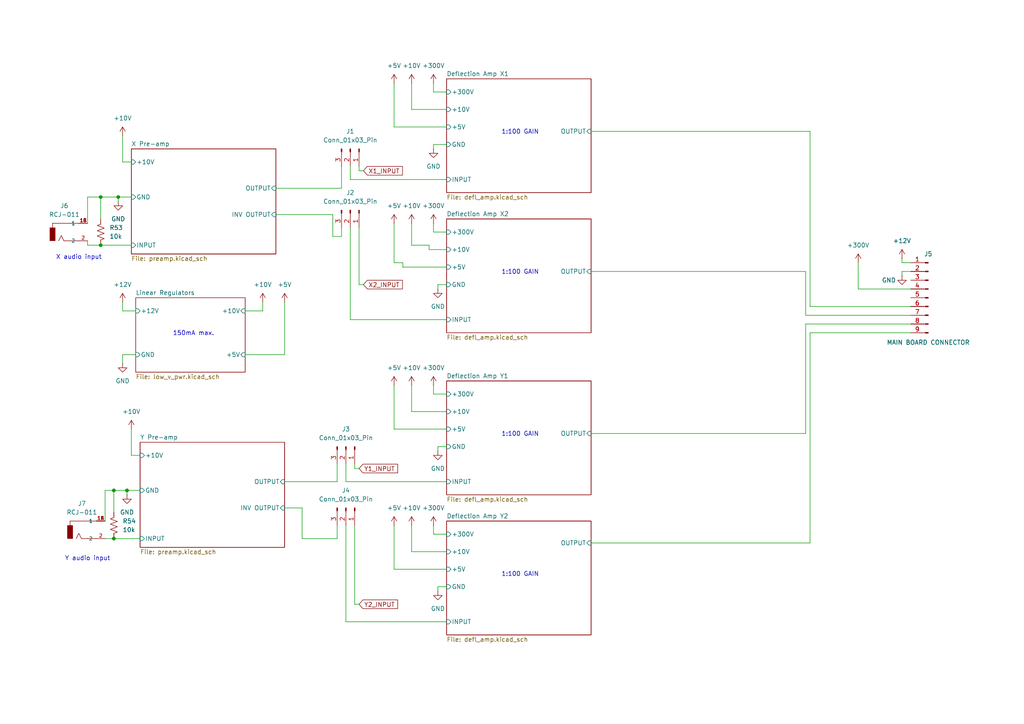
<source format=kicad_sch>
(kicad_sch
	(version 20250114)
	(generator "eeschema")
	(generator_version "9.0")
	(uuid "96f2ff15-c3e5-48fe-ae2c-b9bf88af19f4")
	(paper "A4")
	(lib_symbols
		(symbol "Connector:Conn_01x03_Pin"
			(pin_names
				(offset 1.016)
				(hide yes)
			)
			(exclude_from_sim no)
			(in_bom yes)
			(on_board yes)
			(property "Reference" "J"
				(at 0 5.08 0)
				(effects
					(font
						(size 1.27 1.27)
					)
				)
			)
			(property "Value" "Conn_01x03_Pin"
				(at 0 -5.08 0)
				(effects
					(font
						(size 1.27 1.27)
					)
				)
			)
			(property "Footprint" ""
				(at 0 0 0)
				(effects
					(font
						(size 1.27 1.27)
					)
					(hide yes)
				)
			)
			(property "Datasheet" "~"
				(at 0 0 0)
				(effects
					(font
						(size 1.27 1.27)
					)
					(hide yes)
				)
			)
			(property "Description" "Generic connector, single row, 01x03, script generated"
				(at 0 0 0)
				(effects
					(font
						(size 1.27 1.27)
					)
					(hide yes)
				)
			)
			(property "ki_locked" ""
				(at 0 0 0)
				(effects
					(font
						(size 1.27 1.27)
					)
				)
			)
			(property "ki_keywords" "connector"
				(at 0 0 0)
				(effects
					(font
						(size 1.27 1.27)
					)
					(hide yes)
				)
			)
			(property "ki_fp_filters" "Connector*:*_1x??_*"
				(at 0 0 0)
				(effects
					(font
						(size 1.27 1.27)
					)
					(hide yes)
				)
			)
			(symbol "Conn_01x03_Pin_1_1"
				(rectangle
					(start 0.8636 2.667)
					(end 0 2.413)
					(stroke
						(width 0.1524)
						(type default)
					)
					(fill
						(type outline)
					)
				)
				(rectangle
					(start 0.8636 0.127)
					(end 0 -0.127)
					(stroke
						(width 0.1524)
						(type default)
					)
					(fill
						(type outline)
					)
				)
				(rectangle
					(start 0.8636 -2.413)
					(end 0 -2.667)
					(stroke
						(width 0.1524)
						(type default)
					)
					(fill
						(type outline)
					)
				)
				(polyline
					(pts
						(xy 1.27 2.54) (xy 0.8636 2.54)
					)
					(stroke
						(width 0.1524)
						(type default)
					)
					(fill
						(type none)
					)
				)
				(polyline
					(pts
						(xy 1.27 0) (xy 0.8636 0)
					)
					(stroke
						(width 0.1524)
						(type default)
					)
					(fill
						(type none)
					)
				)
				(polyline
					(pts
						(xy 1.27 -2.54) (xy 0.8636 -2.54)
					)
					(stroke
						(width 0.1524)
						(type default)
					)
					(fill
						(type none)
					)
				)
				(pin passive line
					(at 5.08 2.54 180)
					(length 3.81)
					(name "Pin_1"
						(effects
							(font
								(size 1.27 1.27)
							)
						)
					)
					(number "1"
						(effects
							(font
								(size 1.27 1.27)
							)
						)
					)
				)
				(pin passive line
					(at 5.08 0 180)
					(length 3.81)
					(name "Pin_2"
						(effects
							(font
								(size 1.27 1.27)
							)
						)
					)
					(number "2"
						(effects
							(font
								(size 1.27 1.27)
							)
						)
					)
				)
				(pin passive line
					(at 5.08 -2.54 180)
					(length 3.81)
					(name "Pin_3"
						(effects
							(font
								(size 1.27 1.27)
							)
						)
					)
					(number "3"
						(effects
							(font
								(size 1.27 1.27)
							)
						)
					)
				)
			)
			(embedded_fonts no)
		)
		(symbol "Connector:Conn_01x09_Pin"
			(pin_names
				(offset 1.016)
				(hide yes)
			)
			(exclude_from_sim no)
			(in_bom yes)
			(on_board yes)
			(property "Reference" "J"
				(at 0 12.7 0)
				(effects
					(font
						(size 1.27 1.27)
					)
				)
			)
			(property "Value" "Conn_01x09_Pin"
				(at 0 -12.7 0)
				(effects
					(font
						(size 1.27 1.27)
					)
				)
			)
			(property "Footprint" ""
				(at 0 0 0)
				(effects
					(font
						(size 1.27 1.27)
					)
					(hide yes)
				)
			)
			(property "Datasheet" "~"
				(at 0 0 0)
				(effects
					(font
						(size 1.27 1.27)
					)
					(hide yes)
				)
			)
			(property "Description" "Generic connector, single row, 01x09, script generated"
				(at 0 0 0)
				(effects
					(font
						(size 1.27 1.27)
					)
					(hide yes)
				)
			)
			(property "ki_locked" ""
				(at 0 0 0)
				(effects
					(font
						(size 1.27 1.27)
					)
				)
			)
			(property "ki_keywords" "connector"
				(at 0 0 0)
				(effects
					(font
						(size 1.27 1.27)
					)
					(hide yes)
				)
			)
			(property "ki_fp_filters" "Connector*:*_1x??_*"
				(at 0 0 0)
				(effects
					(font
						(size 1.27 1.27)
					)
					(hide yes)
				)
			)
			(symbol "Conn_01x09_Pin_1_1"
				(rectangle
					(start 0.8636 10.287)
					(end 0 10.033)
					(stroke
						(width 0.1524)
						(type default)
					)
					(fill
						(type outline)
					)
				)
				(rectangle
					(start 0.8636 7.747)
					(end 0 7.493)
					(stroke
						(width 0.1524)
						(type default)
					)
					(fill
						(type outline)
					)
				)
				(rectangle
					(start 0.8636 5.207)
					(end 0 4.953)
					(stroke
						(width 0.1524)
						(type default)
					)
					(fill
						(type outline)
					)
				)
				(rectangle
					(start 0.8636 2.667)
					(end 0 2.413)
					(stroke
						(width 0.1524)
						(type default)
					)
					(fill
						(type outline)
					)
				)
				(rectangle
					(start 0.8636 0.127)
					(end 0 -0.127)
					(stroke
						(width 0.1524)
						(type default)
					)
					(fill
						(type outline)
					)
				)
				(rectangle
					(start 0.8636 -2.413)
					(end 0 -2.667)
					(stroke
						(width 0.1524)
						(type default)
					)
					(fill
						(type outline)
					)
				)
				(rectangle
					(start 0.8636 -4.953)
					(end 0 -5.207)
					(stroke
						(width 0.1524)
						(type default)
					)
					(fill
						(type outline)
					)
				)
				(rectangle
					(start 0.8636 -7.493)
					(end 0 -7.747)
					(stroke
						(width 0.1524)
						(type default)
					)
					(fill
						(type outline)
					)
				)
				(rectangle
					(start 0.8636 -10.033)
					(end 0 -10.287)
					(stroke
						(width 0.1524)
						(type default)
					)
					(fill
						(type outline)
					)
				)
				(polyline
					(pts
						(xy 1.27 10.16) (xy 0.8636 10.16)
					)
					(stroke
						(width 0.1524)
						(type default)
					)
					(fill
						(type none)
					)
				)
				(polyline
					(pts
						(xy 1.27 7.62) (xy 0.8636 7.62)
					)
					(stroke
						(width 0.1524)
						(type default)
					)
					(fill
						(type none)
					)
				)
				(polyline
					(pts
						(xy 1.27 5.08) (xy 0.8636 5.08)
					)
					(stroke
						(width 0.1524)
						(type default)
					)
					(fill
						(type none)
					)
				)
				(polyline
					(pts
						(xy 1.27 2.54) (xy 0.8636 2.54)
					)
					(stroke
						(width 0.1524)
						(type default)
					)
					(fill
						(type none)
					)
				)
				(polyline
					(pts
						(xy 1.27 0) (xy 0.8636 0)
					)
					(stroke
						(width 0.1524)
						(type default)
					)
					(fill
						(type none)
					)
				)
				(polyline
					(pts
						(xy 1.27 -2.54) (xy 0.8636 -2.54)
					)
					(stroke
						(width 0.1524)
						(type default)
					)
					(fill
						(type none)
					)
				)
				(polyline
					(pts
						(xy 1.27 -5.08) (xy 0.8636 -5.08)
					)
					(stroke
						(width 0.1524)
						(type default)
					)
					(fill
						(type none)
					)
				)
				(polyline
					(pts
						(xy 1.27 -7.62) (xy 0.8636 -7.62)
					)
					(stroke
						(width 0.1524)
						(type default)
					)
					(fill
						(type none)
					)
				)
				(polyline
					(pts
						(xy 1.27 -10.16) (xy 0.8636 -10.16)
					)
					(stroke
						(width 0.1524)
						(type default)
					)
					(fill
						(type none)
					)
				)
				(pin passive line
					(at 5.08 10.16 180)
					(length 3.81)
					(name "Pin_1"
						(effects
							(font
								(size 1.27 1.27)
							)
						)
					)
					(number "1"
						(effects
							(font
								(size 1.27 1.27)
							)
						)
					)
				)
				(pin passive line
					(at 5.08 7.62 180)
					(length 3.81)
					(name "Pin_2"
						(effects
							(font
								(size 1.27 1.27)
							)
						)
					)
					(number "2"
						(effects
							(font
								(size 1.27 1.27)
							)
						)
					)
				)
				(pin passive line
					(at 5.08 5.08 180)
					(length 3.81)
					(name "Pin_3"
						(effects
							(font
								(size 1.27 1.27)
							)
						)
					)
					(number "3"
						(effects
							(font
								(size 1.27 1.27)
							)
						)
					)
				)
				(pin passive line
					(at 5.08 2.54 180)
					(length 3.81)
					(name "Pin_4"
						(effects
							(font
								(size 1.27 1.27)
							)
						)
					)
					(number "4"
						(effects
							(font
								(size 1.27 1.27)
							)
						)
					)
				)
				(pin passive line
					(at 5.08 0 180)
					(length 3.81)
					(name "Pin_5"
						(effects
							(font
								(size 1.27 1.27)
							)
						)
					)
					(number "5"
						(effects
							(font
								(size 1.27 1.27)
							)
						)
					)
				)
				(pin passive line
					(at 5.08 -2.54 180)
					(length 3.81)
					(name "Pin_6"
						(effects
							(font
								(size 1.27 1.27)
							)
						)
					)
					(number "6"
						(effects
							(font
								(size 1.27 1.27)
							)
						)
					)
				)
				(pin passive line
					(at 5.08 -5.08 180)
					(length 3.81)
					(name "Pin_7"
						(effects
							(font
								(size 1.27 1.27)
							)
						)
					)
					(number "7"
						(effects
							(font
								(size 1.27 1.27)
							)
						)
					)
				)
				(pin passive line
					(at 5.08 -7.62 180)
					(length 3.81)
					(name "Pin_8"
						(effects
							(font
								(size 1.27 1.27)
							)
						)
					)
					(number "8"
						(effects
							(font
								(size 1.27 1.27)
							)
						)
					)
				)
				(pin passive line
					(at 5.08 -10.16 180)
					(length 3.81)
					(name "Pin_9"
						(effects
							(font
								(size 1.27 1.27)
							)
						)
					)
					(number "9"
						(effects
							(font
								(size 1.27 1.27)
							)
						)
					)
				)
			)
			(embedded_fonts no)
		)
		(symbol "Device:R_US"
			(pin_numbers
				(hide yes)
			)
			(pin_names
				(offset 0)
			)
			(exclude_from_sim no)
			(in_bom yes)
			(on_board yes)
			(property "Reference" "R"
				(at 2.54 0 90)
				(effects
					(font
						(size 1.27 1.27)
					)
				)
			)
			(property "Value" "R_US"
				(at -2.54 0 90)
				(effects
					(font
						(size 1.27 1.27)
					)
				)
			)
			(property "Footprint" ""
				(at 1.016 -0.254 90)
				(effects
					(font
						(size 1.27 1.27)
					)
					(hide yes)
				)
			)
			(property "Datasheet" "~"
				(at 0 0 0)
				(effects
					(font
						(size 1.27 1.27)
					)
					(hide yes)
				)
			)
			(property "Description" "Resistor, US symbol"
				(at 0 0 0)
				(effects
					(font
						(size 1.27 1.27)
					)
					(hide yes)
				)
			)
			(property "ki_keywords" "R res resistor"
				(at 0 0 0)
				(effects
					(font
						(size 1.27 1.27)
					)
					(hide yes)
				)
			)
			(property "ki_fp_filters" "R_*"
				(at 0 0 0)
				(effects
					(font
						(size 1.27 1.27)
					)
					(hide yes)
				)
			)
			(symbol "R_US_0_1"
				(polyline
					(pts
						(xy 0 2.286) (xy 0 2.54)
					)
					(stroke
						(width 0)
						(type default)
					)
					(fill
						(type none)
					)
				)
				(polyline
					(pts
						(xy 0 2.286) (xy 1.016 1.905) (xy 0 1.524) (xy -1.016 1.143) (xy 0 0.762)
					)
					(stroke
						(width 0)
						(type default)
					)
					(fill
						(type none)
					)
				)
				(polyline
					(pts
						(xy 0 0.762) (xy 1.016 0.381) (xy 0 0) (xy -1.016 -0.381) (xy 0 -0.762)
					)
					(stroke
						(width 0)
						(type default)
					)
					(fill
						(type none)
					)
				)
				(polyline
					(pts
						(xy 0 -0.762) (xy 1.016 -1.143) (xy 0 -1.524) (xy -1.016 -1.905) (xy 0 -2.286)
					)
					(stroke
						(width 0)
						(type default)
					)
					(fill
						(type none)
					)
				)
				(polyline
					(pts
						(xy 0 -2.286) (xy 0 -2.54)
					)
					(stroke
						(width 0)
						(type default)
					)
					(fill
						(type none)
					)
				)
			)
			(symbol "R_US_1_1"
				(pin passive line
					(at 0 3.81 270)
					(length 1.27)
					(name "~"
						(effects
							(font
								(size 1.27 1.27)
							)
						)
					)
					(number "1"
						(effects
							(font
								(size 1.27 1.27)
							)
						)
					)
				)
				(pin passive line
					(at 0 -3.81 90)
					(length 1.27)
					(name "~"
						(effects
							(font
								(size 1.27 1.27)
							)
						)
					)
					(number "2"
						(effects
							(font
								(size 1.27 1.27)
							)
						)
					)
				)
			)
			(embedded_fonts no)
		)
		(symbol "RCJ-011:RCJ-011"
			(pin_names
				(offset 1.016)
			)
			(exclude_from_sim no)
			(in_bom yes)
			(on_board yes)
			(property "Reference" "J"
				(at -2.5438 3.8157 0)
				(effects
					(font
						(size 1.27 1.27)
					)
					(justify left bottom)
				)
			)
			(property "Value" "RCJ-011"
				(at -2.5435 -6.3588 0)
				(effects
					(font
						(size 1.27 1.27)
					)
					(justify left bottom)
				)
			)
			(property "Footprint" "RCJ-011:CUI_RCJ-011"
				(at 0 0 0)
				(effects
					(font
						(size 1.27 1.27)
					)
					(justify bottom)
					(hide yes)
				)
			)
			(property "Datasheet" ""
				(at 0 0 0)
				(effects
					(font
						(size 1.27 1.27)
					)
					(hide yes)
				)
			)
			(property "Description" ""
				(at 0 0 0)
				(effects
					(font
						(size 1.27 1.27)
					)
					(hide yes)
				)
			)
			(property "MF" "Same Sky"
				(at 0 0 0)
				(effects
					(font
						(size 1.27 1.27)
					)
					(justify bottom)
					(hide yes)
				)
			)
			(property "Description_1" "Metal Right-Angle, RCA Jack, Black Insulator"
				(at 0 0 0)
				(effects
					(font
						(size 1.27 1.27)
					)
					(justify bottom)
					(hide yes)
				)
			)
			(property "Package" "None"
				(at 0 0 0)
				(effects
					(font
						(size 1.27 1.27)
					)
					(justify bottom)
					(hide yes)
				)
			)
			(property "Price" "None"
				(at 0 0 0)
				(effects
					(font
						(size 1.27 1.27)
					)
					(justify bottom)
					(hide yes)
				)
			)
			(property "Check_prices" "https://www.snapeda.com/parts/RCJ-011/Same+Sky/view-part/?ref=eda"
				(at 0 0 0)
				(effects
					(font
						(size 1.27 1.27)
					)
					(justify bottom)
					(hide yes)
				)
			)
			(property "PART_REV" "B"
				(at 0 0 0)
				(effects
					(font
						(size 1.27 1.27)
					)
					(justify bottom)
					(hide yes)
				)
			)
			(property "STANDARD" "Manufacturer recommendations"
				(at 0 0 0)
				(effects
					(font
						(size 1.27 1.27)
					)
					(justify bottom)
					(hide yes)
				)
			)
			(property "SnapEDA_Link" "https://www.snapeda.com/parts/RCJ-011/Same+Sky/view-part/?ref=snap"
				(at 0 0 0)
				(effects
					(font
						(size 1.27 1.27)
					)
					(justify bottom)
					(hide yes)
				)
			)
			(property "MP" "RCJ-011"
				(at 0 0 0)
				(effects
					(font
						(size 1.27 1.27)
					)
					(justify bottom)
					(hide yes)
				)
			)
			(property "Availability" "In Stock"
				(at 0 0 0)
				(effects
					(font
						(size 1.27 1.27)
					)
					(justify bottom)
					(hide yes)
				)
			)
			(property "MANUFACTURER" "CUI Inc"
				(at 0 0 0)
				(effects
					(font
						(size 1.27 1.27)
					)
					(justify bottom)
					(hide yes)
				)
			)
			(symbol "RCJ-011_0_0"
				(rectangle
					(start -3.3051 -2.5424)
					(end -1.778 1.27)
					(stroke
						(width 0.1)
						(type default)
					)
					(fill
						(type outline)
					)
				)
				(polyline
					(pts
						(xy -2.54 2.54) (xy -2.54 1.27)
					)
					(stroke
						(width 0.1524)
						(type default)
					)
					(fill
						(type none)
					)
				)
				(polyline
					(pts
						(xy 0 -1.016) (xy -0.762 -2.54)
					)
					(stroke
						(width 0.1524)
						(type default)
					)
					(fill
						(type none)
					)
				)
				(polyline
					(pts
						(xy 0.762 -2.54) (xy 0 -1.016)
					)
					(stroke
						(width 0.1524)
						(type default)
					)
					(fill
						(type none)
					)
				)
				(polyline
					(pts
						(xy 2.54 -2.54) (xy 0.762 -2.54)
					)
					(stroke
						(width 0.1524)
						(type default)
					)
					(fill
						(type none)
					)
				)
				(polyline
					(pts
						(xy 5.08 2.54) (xy -2.54 2.54)
					)
					(stroke
						(width 0.1524)
						(type default)
					)
					(fill
						(type none)
					)
				)
				(polyline
					(pts
						(xy 5.08 -2.54) (xy 2.54 -2.54)
					)
					(stroke
						(width 0.1524)
						(type default)
					)
					(fill
						(type none)
					)
				)
				(pin passive line
					(at 7.62 2.54 180)
					(length 2.54)
					(name "1"
						(effects
							(font
								(size 1.016 1.016)
							)
						)
					)
					(number "1A"
						(effects
							(font
								(size 1.016 1.016)
							)
						)
					)
				)
				(pin passive line
					(at 7.62 2.54 180)
					(length 2.54)
					(name "1"
						(effects
							(font
								(size 1.016 1.016)
							)
						)
					)
					(number "1B"
						(effects
							(font
								(size 1.016 1.016)
							)
						)
					)
				)
				(pin passive line
					(at 7.62 2.54 180)
					(length 2.54)
					(name "1"
						(effects
							(font
								(size 1.016 1.016)
							)
						)
					)
					(number "1C"
						(effects
							(font
								(size 1.016 1.016)
							)
						)
					)
				)
				(pin passive line
					(at 7.62 -2.54 180)
					(length 2.54)
					(name "2"
						(effects
							(font
								(size 1.016 1.016)
							)
						)
					)
					(number "2"
						(effects
							(font
								(size 1.016 1.016)
							)
						)
					)
				)
			)
			(embedded_fonts no)
		)
		(symbol "power:+10V"
			(power)
			(pin_numbers
				(hide yes)
			)
			(pin_names
				(offset 0)
				(hide yes)
			)
			(exclude_from_sim no)
			(in_bom yes)
			(on_board yes)
			(property "Reference" "#PWR"
				(at 0 -3.81 0)
				(effects
					(font
						(size 1.27 1.27)
					)
					(hide yes)
				)
			)
			(property "Value" "+10V"
				(at 0 3.556 0)
				(effects
					(font
						(size 1.27 1.27)
					)
				)
			)
			(property "Footprint" ""
				(at 0 0 0)
				(effects
					(font
						(size 1.27 1.27)
					)
					(hide yes)
				)
			)
			(property "Datasheet" ""
				(at 0 0 0)
				(effects
					(font
						(size 1.27 1.27)
					)
					(hide yes)
				)
			)
			(property "Description" "Power symbol creates a global label with name \"+10V\""
				(at 0 0 0)
				(effects
					(font
						(size 1.27 1.27)
					)
					(hide yes)
				)
			)
			(property "ki_keywords" "global power"
				(at 0 0 0)
				(effects
					(font
						(size 1.27 1.27)
					)
					(hide yes)
				)
			)
			(symbol "+10V_0_1"
				(polyline
					(pts
						(xy -0.762 1.27) (xy 0 2.54)
					)
					(stroke
						(width 0)
						(type default)
					)
					(fill
						(type none)
					)
				)
				(polyline
					(pts
						(xy 0 2.54) (xy 0.762 1.27)
					)
					(stroke
						(width 0)
						(type default)
					)
					(fill
						(type none)
					)
				)
				(polyline
					(pts
						(xy 0 0) (xy 0 2.54)
					)
					(stroke
						(width 0)
						(type default)
					)
					(fill
						(type none)
					)
				)
			)
			(symbol "+10V_1_1"
				(pin power_in line
					(at 0 0 90)
					(length 0)
					(name "~"
						(effects
							(font
								(size 1.27 1.27)
							)
						)
					)
					(number "1"
						(effects
							(font
								(size 1.27 1.27)
							)
						)
					)
				)
			)
			(embedded_fonts no)
		)
		(symbol "power:+12V"
			(power)
			(pin_numbers
				(hide yes)
			)
			(pin_names
				(offset 0)
				(hide yes)
			)
			(exclude_from_sim no)
			(in_bom yes)
			(on_board yes)
			(property "Reference" "#PWR"
				(at 0 -3.81 0)
				(effects
					(font
						(size 1.27 1.27)
					)
					(hide yes)
				)
			)
			(property "Value" "+12V"
				(at 0 3.556 0)
				(effects
					(font
						(size 1.27 1.27)
					)
				)
			)
			(property "Footprint" ""
				(at 0 0 0)
				(effects
					(font
						(size 1.27 1.27)
					)
					(hide yes)
				)
			)
			(property "Datasheet" ""
				(at 0 0 0)
				(effects
					(font
						(size 1.27 1.27)
					)
					(hide yes)
				)
			)
			(property "Description" "Power symbol creates a global label with name \"+12V\""
				(at 0 0 0)
				(effects
					(font
						(size 1.27 1.27)
					)
					(hide yes)
				)
			)
			(property "ki_keywords" "global power"
				(at 0 0 0)
				(effects
					(font
						(size 1.27 1.27)
					)
					(hide yes)
				)
			)
			(symbol "+12V_0_1"
				(polyline
					(pts
						(xy -0.762 1.27) (xy 0 2.54)
					)
					(stroke
						(width 0)
						(type default)
					)
					(fill
						(type none)
					)
				)
				(polyline
					(pts
						(xy 0 2.54) (xy 0.762 1.27)
					)
					(stroke
						(width 0)
						(type default)
					)
					(fill
						(type none)
					)
				)
				(polyline
					(pts
						(xy 0 0) (xy 0 2.54)
					)
					(stroke
						(width 0)
						(type default)
					)
					(fill
						(type none)
					)
				)
			)
			(symbol "+12V_1_1"
				(pin power_in line
					(at 0 0 90)
					(length 0)
					(name "~"
						(effects
							(font
								(size 1.27 1.27)
							)
						)
					)
					(number "1"
						(effects
							(font
								(size 1.27 1.27)
							)
						)
					)
				)
			)
			(embedded_fonts no)
		)
		(symbol "power:+48V"
			(power)
			(pin_numbers
				(hide yes)
			)
			(pin_names
				(offset 0)
				(hide yes)
			)
			(exclude_from_sim no)
			(in_bom yes)
			(on_board yes)
			(property "Reference" "#PWR"
				(at 0 -3.81 0)
				(effects
					(font
						(size 1.27 1.27)
					)
					(hide yes)
				)
			)
			(property "Value" "+48V"
				(at 0 3.556 0)
				(effects
					(font
						(size 1.27 1.27)
					)
				)
			)
			(property "Footprint" ""
				(at 0 0 0)
				(effects
					(font
						(size 1.27 1.27)
					)
					(hide yes)
				)
			)
			(property "Datasheet" ""
				(at 0 0 0)
				(effects
					(font
						(size 1.27 1.27)
					)
					(hide yes)
				)
			)
			(property "Description" "Power symbol creates a global label with name \"+48V\""
				(at 0 0 0)
				(effects
					(font
						(size 1.27 1.27)
					)
					(hide yes)
				)
			)
			(property "ki_keywords" "global power"
				(at 0 0 0)
				(effects
					(font
						(size 1.27 1.27)
					)
					(hide yes)
				)
			)
			(symbol "+48V_0_1"
				(polyline
					(pts
						(xy -0.762 1.27) (xy 0 2.54)
					)
					(stroke
						(width 0)
						(type default)
					)
					(fill
						(type none)
					)
				)
				(polyline
					(pts
						(xy 0 2.54) (xy 0.762 1.27)
					)
					(stroke
						(width 0)
						(type default)
					)
					(fill
						(type none)
					)
				)
				(polyline
					(pts
						(xy 0 0) (xy 0 2.54)
					)
					(stroke
						(width 0)
						(type default)
					)
					(fill
						(type none)
					)
				)
			)
			(symbol "+48V_1_1"
				(pin power_in line
					(at 0 0 90)
					(length 0)
					(name "~"
						(effects
							(font
								(size 1.27 1.27)
							)
						)
					)
					(number "1"
						(effects
							(font
								(size 1.27 1.27)
							)
						)
					)
				)
			)
			(embedded_fonts no)
		)
		(symbol "power:+5V"
			(power)
			(pin_numbers
				(hide yes)
			)
			(pin_names
				(offset 0)
				(hide yes)
			)
			(exclude_from_sim no)
			(in_bom yes)
			(on_board yes)
			(property "Reference" "#PWR"
				(at 0 -3.81 0)
				(effects
					(font
						(size 1.27 1.27)
					)
					(hide yes)
				)
			)
			(property "Value" "+5V"
				(at 0 3.556 0)
				(effects
					(font
						(size 1.27 1.27)
					)
				)
			)
			(property "Footprint" ""
				(at 0 0 0)
				(effects
					(font
						(size 1.27 1.27)
					)
					(hide yes)
				)
			)
			(property "Datasheet" ""
				(at 0 0 0)
				(effects
					(font
						(size 1.27 1.27)
					)
					(hide yes)
				)
			)
			(property "Description" "Power symbol creates a global label with name \"+5V\""
				(at 0 0 0)
				(effects
					(font
						(size 1.27 1.27)
					)
					(hide yes)
				)
			)
			(property "ki_keywords" "global power"
				(at 0 0 0)
				(effects
					(font
						(size 1.27 1.27)
					)
					(hide yes)
				)
			)
			(symbol "+5V_0_1"
				(polyline
					(pts
						(xy -0.762 1.27) (xy 0 2.54)
					)
					(stroke
						(width 0)
						(type default)
					)
					(fill
						(type none)
					)
				)
				(polyline
					(pts
						(xy 0 2.54) (xy 0.762 1.27)
					)
					(stroke
						(width 0)
						(type default)
					)
					(fill
						(type none)
					)
				)
				(polyline
					(pts
						(xy 0 0) (xy 0 2.54)
					)
					(stroke
						(width 0)
						(type default)
					)
					(fill
						(type none)
					)
				)
			)
			(symbol "+5V_1_1"
				(pin power_in line
					(at 0 0 90)
					(length 0)
					(name "~"
						(effects
							(font
								(size 1.27 1.27)
							)
						)
					)
					(number "1"
						(effects
							(font
								(size 1.27 1.27)
							)
						)
					)
				)
			)
			(embedded_fonts no)
		)
		(symbol "power:GND"
			(power)
			(pin_numbers
				(hide yes)
			)
			(pin_names
				(offset 0)
				(hide yes)
			)
			(exclude_from_sim no)
			(in_bom yes)
			(on_board yes)
			(property "Reference" "#PWR"
				(at 0 -6.35 0)
				(effects
					(font
						(size 1.27 1.27)
					)
					(hide yes)
				)
			)
			(property "Value" "GND"
				(at 0 -3.81 0)
				(effects
					(font
						(size 1.27 1.27)
					)
				)
			)
			(property "Footprint" ""
				(at 0 0 0)
				(effects
					(font
						(size 1.27 1.27)
					)
					(hide yes)
				)
			)
			(property "Datasheet" ""
				(at 0 0 0)
				(effects
					(font
						(size 1.27 1.27)
					)
					(hide yes)
				)
			)
			(property "Description" "Power symbol creates a global label with name \"GND\" , ground"
				(at 0 0 0)
				(effects
					(font
						(size 1.27 1.27)
					)
					(hide yes)
				)
			)
			(property "ki_keywords" "global power"
				(at 0 0 0)
				(effects
					(font
						(size 1.27 1.27)
					)
					(hide yes)
				)
			)
			(symbol "GND_0_1"
				(polyline
					(pts
						(xy 0 0) (xy 0 -1.27) (xy 1.27 -1.27) (xy 0 -2.54) (xy -1.27 -1.27) (xy 0 -1.27)
					)
					(stroke
						(width 0)
						(type default)
					)
					(fill
						(type none)
					)
				)
			)
			(symbol "GND_1_1"
				(pin power_in line
					(at 0 0 270)
					(length 0)
					(name "~"
						(effects
							(font
								(size 1.27 1.27)
							)
						)
					)
					(number "1"
						(effects
							(font
								(size 1.27 1.27)
							)
						)
					)
				)
			)
			(embedded_fonts no)
		)
	)
	(text "1:100 GAIN\n"
		(exclude_from_sim no)
		(at 150.876 78.994 0)
		(effects
			(font
				(size 1.27 1.27)
			)
		)
		(uuid "3975322d-1116-47ee-a1ac-2a84870da25b")
	)
	(text "Y audio input\n"
		(exclude_from_sim no)
		(at 25.4 162.052 0)
		(effects
			(font
				(size 1.27 1.27)
			)
		)
		(uuid "3daad944-0e37-4c36-9a5a-57a0845da5dd")
	)
	(text "1:100 GAIN\n"
		(exclude_from_sim no)
		(at 150.876 166.624 0)
		(effects
			(font
				(size 1.27 1.27)
			)
		)
		(uuid "57d3990a-0b54-4101-bcd1-832273587d7c")
	)
	(text "1:100 GAIN\n"
		(exclude_from_sim no)
		(at 150.876 125.984 0)
		(effects
			(font
				(size 1.27 1.27)
			)
		)
		(uuid "71ea73dd-bba6-4663-8519-554c6b03118b")
	)
	(text "1:100 GAIN\n"
		(exclude_from_sim no)
		(at 150.876 38.354 0)
		(effects
			(font
				(size 1.27 1.27)
			)
		)
		(uuid "7377ff9b-31a2-4d34-8a18-739051952ffa")
	)
	(text "150mA max.\n\n"
		(exclude_from_sim no)
		(at 56.134 97.79 0)
		(effects
			(font
				(size 1.27 1.27)
			)
		)
		(uuid "83baa206-4836-42af-9c40-553f90ede2f8")
	)
	(text "X audio input\n"
		(exclude_from_sim no)
		(at 22.86 74.676 0)
		(effects
			(font
				(size 1.27 1.27)
			)
		)
		(uuid "ef079505-84cc-40fb-b532-56e345043671")
	)
	(junction
		(at 29.21 57.15)
		(diameter 0)
		(color 0 0 0 0)
		(uuid "4a9ff36f-66f5-41a3-b7ed-652a2b13ee9a")
	)
	(junction
		(at 33.02 156.21)
		(diameter 0)
		(color 0 0 0 0)
		(uuid "5dc2f341-1f9e-4c26-8d11-c5475a8a2671")
	)
	(junction
		(at 33.02 142.24)
		(diameter 0)
		(color 0 0 0 0)
		(uuid "60900ecf-8c13-4ae4-adc3-1807cf955484")
	)
	(junction
		(at 36.83 142.24)
		(diameter 0)
		(color 0 0 0 0)
		(uuid "71479d03-bbc1-43a5-b58b-66ca3e7b3ac3")
	)
	(junction
		(at 29.21 71.12)
		(diameter 0)
		(color 0 0 0 0)
		(uuid "e6b07914-617b-4053-96b7-79bf3febd3fc")
	)
	(junction
		(at 34.29 57.15)
		(diameter 0)
		(color 0 0 0 0)
		(uuid "ebf344d4-c9ef-4e4d-b257-c5e0397b7d8a")
	)
	(wire
		(pts
			(xy 124.46 72.39) (xy 129.54 72.39)
		)
		(stroke
			(width 0)
			(type default)
		)
		(uuid "0286a856-a90d-4237-b7cc-633f2666d95f")
	)
	(wire
		(pts
			(xy 35.56 39.37) (xy 35.56 46.99)
		)
		(stroke
			(width 0)
			(type default)
		)
		(uuid "05865f53-409d-4b20-8a06-51213fb385eb")
	)
	(wire
		(pts
			(xy 264.16 83.82) (xy 248.92 83.82)
		)
		(stroke
			(width 0)
			(type default)
		)
		(uuid "07b564e6-5ba0-488f-b30d-24876e45faa9")
	)
	(wire
		(pts
			(xy 119.38 152.4) (xy 119.38 160.02)
		)
		(stroke
			(width 0)
			(type default)
		)
		(uuid "07cd20db-b793-4f74-a11d-28512359f53d")
	)
	(wire
		(pts
			(xy 102.87 175.26) (xy 104.14 175.26)
		)
		(stroke
			(width 0)
			(type default)
		)
		(uuid "08edae61-7eb7-47e2-b352-50e01138391d")
	)
	(wire
		(pts
			(xy 261.62 78.74) (xy 261.62 80.01)
		)
		(stroke
			(width 0)
			(type default)
		)
		(uuid "09217b37-e030-4825-9eed-21c941b0eeb4")
	)
	(wire
		(pts
			(xy 129.54 114.3) (xy 125.73 114.3)
		)
		(stroke
			(width 0)
			(type default)
		)
		(uuid "0c18d100-e863-42ea-8c05-41f54a8fefc0")
	)
	(wire
		(pts
			(xy 116.84 77.47) (xy 129.54 77.47)
		)
		(stroke
			(width 0)
			(type default)
		)
		(uuid "0e911ed7-45ce-4e52-8290-fabb2e670c7e")
	)
	(wire
		(pts
			(xy 234.95 38.1) (xy 234.95 88.9)
		)
		(stroke
			(width 0)
			(type default)
		)
		(uuid "10fc219d-c44c-42db-8a30-dfb632200279")
	)
	(wire
		(pts
			(xy 100.33 152.4) (xy 100.33 180.34)
		)
		(stroke
			(width 0)
			(type default)
		)
		(uuid "110f745b-45c0-4e66-86f8-8e6608bd102a")
	)
	(wire
		(pts
			(xy 80.01 62.23) (xy 96.52 62.23)
		)
		(stroke
			(width 0)
			(type default)
		)
		(uuid "125e5edf-e73c-4e5b-bed5-e59ce38f0c12")
	)
	(wire
		(pts
			(xy 171.45 78.74) (xy 233.68 78.74)
		)
		(stroke
			(width 0)
			(type default)
		)
		(uuid "15e546dd-d0a3-4153-aacd-b1ae9079e866")
	)
	(wire
		(pts
			(xy 96.52 68.58) (xy 99.06 68.58)
		)
		(stroke
			(width 0)
			(type default)
		)
		(uuid "1813b214-6298-4c9a-8818-3e71504d2e12")
	)
	(wire
		(pts
			(xy 129.54 119.38) (xy 119.38 119.38)
		)
		(stroke
			(width 0)
			(type default)
		)
		(uuid "181c2ba6-e4db-4c79-a7de-68a9986252f5")
	)
	(wire
		(pts
			(xy 233.68 91.44) (xy 264.16 91.44)
		)
		(stroke
			(width 0)
			(type default)
		)
		(uuid "1a6731d1-e7ed-47d3-80e4-87cf93ba8b7b")
	)
	(wire
		(pts
			(xy 101.6 92.71) (xy 129.54 92.71)
		)
		(stroke
			(width 0)
			(type default)
		)
		(uuid "1e898ae9-e80d-4771-b1f4-23b0d1542d80")
	)
	(wire
		(pts
			(xy 87.63 156.21) (xy 97.79 156.21)
		)
		(stroke
			(width 0)
			(type default)
		)
		(uuid "20093af1-012c-42d4-a6a1-4c78d196eb14")
	)
	(wire
		(pts
			(xy 97.79 152.4) (xy 97.79 156.21)
		)
		(stroke
			(width 0)
			(type default)
		)
		(uuid "2162009f-e6b3-438d-a2d8-475ba2b4fcb4")
	)
	(wire
		(pts
			(xy 36.83 142.24) (xy 36.83 143.51)
		)
		(stroke
			(width 0)
			(type default)
		)
		(uuid "21bfe1ec-7e0f-4f2a-b7a2-c2094851b899")
	)
	(wire
		(pts
			(xy 38.1 124.46) (xy 38.1 132.08)
		)
		(stroke
			(width 0)
			(type default)
		)
		(uuid "226bff03-e1d1-4bb5-9232-992288fdc856")
	)
	(wire
		(pts
			(xy 248.92 76.2) (xy 248.92 83.82)
		)
		(stroke
			(width 0)
			(type default)
		)
		(uuid "2771a567-cfe2-43eb-8281-54d6ec89a7a3")
	)
	(wire
		(pts
			(xy 124.46 71.12) (xy 124.46 72.39)
		)
		(stroke
			(width 0)
			(type default)
		)
		(uuid "27dd59c0-49ef-4dbd-8906-69999bd1418a")
	)
	(wire
		(pts
			(xy 96.52 62.23) (xy 96.52 68.58)
		)
		(stroke
			(width 0)
			(type default)
		)
		(uuid "29dc2625-5a0f-4c67-b970-e70244a530a5")
	)
	(wire
		(pts
			(xy 129.54 26.67) (xy 125.73 26.67)
		)
		(stroke
			(width 0)
			(type default)
		)
		(uuid "2f1e6549-2343-416b-9172-22e610f2112c")
	)
	(wire
		(pts
			(xy 30.48 156.21) (xy 33.02 156.21)
		)
		(stroke
			(width 0)
			(type default)
		)
		(uuid "2ffcbea3-3f57-408e-b15c-63f7f562cfa8")
	)
	(wire
		(pts
			(xy 33.02 142.24) (xy 33.02 148.59)
		)
		(stroke
			(width 0)
			(type default)
		)
		(uuid "3416cdb2-ecf2-4275-b054-86ba647de9d1")
	)
	(wire
		(pts
			(xy 87.63 147.32) (xy 87.63 156.21)
		)
		(stroke
			(width 0)
			(type default)
		)
		(uuid "34fea3b1-1638-42e4-a1c8-0cdcaba71e03")
	)
	(wire
		(pts
			(xy 114.3 165.1) (xy 114.3 152.4)
		)
		(stroke
			(width 0)
			(type default)
		)
		(uuid "38452147-c790-4c23-93e3-a10c344aae18")
	)
	(wire
		(pts
			(xy 38.1 57.15) (xy 34.29 57.15)
		)
		(stroke
			(width 0)
			(type default)
		)
		(uuid "3a7e53b8-5569-4f28-9ba1-1cdb79adfdd9")
	)
	(wire
		(pts
			(xy 129.54 170.18) (xy 127 170.18)
		)
		(stroke
			(width 0)
			(type default)
		)
		(uuid "3ae1e9b3-857b-4f16-bced-affbd4d29274")
	)
	(wire
		(pts
			(xy 114.3 76.2) (xy 114.3 64.77)
		)
		(stroke
			(width 0)
			(type default)
		)
		(uuid "3aeb491a-d922-44ee-8cfb-b48d79918f99")
	)
	(wire
		(pts
			(xy 119.38 64.77) (xy 119.38 71.12)
		)
		(stroke
			(width 0)
			(type default)
		)
		(uuid "3e0bf01b-b047-4445-ad24-5873cc3927b5")
	)
	(wire
		(pts
			(xy 124.46 71.12) (xy 119.38 71.12)
		)
		(stroke
			(width 0)
			(type default)
		)
		(uuid "3eaeb1ef-7d27-4df8-87e9-45d14d51c93b")
	)
	(wire
		(pts
			(xy 40.64 142.24) (xy 36.83 142.24)
		)
		(stroke
			(width 0)
			(type default)
		)
		(uuid "47e00b6a-657b-4130-879f-1077628c44c1")
	)
	(wire
		(pts
			(xy 129.54 41.91) (xy 125.73 41.91)
		)
		(stroke
			(width 0)
			(type default)
		)
		(uuid "47f6b0f3-fc08-49d5-870f-63ab2ece4ac8")
	)
	(wire
		(pts
			(xy 82.55 147.32) (xy 87.63 147.32)
		)
		(stroke
			(width 0)
			(type default)
		)
		(uuid "483ab9f8-2d01-42aa-9506-5b8f654a18c2")
	)
	(wire
		(pts
			(xy 29.21 57.15) (xy 29.21 63.5)
		)
		(stroke
			(width 0)
			(type default)
		)
		(uuid "49fd47cc-2847-4ec5-a436-13dbb85eb875")
	)
	(wire
		(pts
			(xy 102.87 134.62) (xy 102.87 135.89)
		)
		(stroke
			(width 0)
			(type default)
		)
		(uuid "4b11415f-cce3-45d3-8658-41fa614259e2")
	)
	(wire
		(pts
			(xy 261.62 74.93) (xy 261.62 76.2)
		)
		(stroke
			(width 0)
			(type default)
		)
		(uuid "4bd4cd99-afdc-41c4-85f6-8e20f433af04")
	)
	(wire
		(pts
			(xy 35.56 46.99) (xy 38.1 46.99)
		)
		(stroke
			(width 0)
			(type default)
		)
		(uuid "4fa6391c-1876-4079-a07d-0bc028fbfef9")
	)
	(wire
		(pts
			(xy 129.54 165.1) (xy 114.3 165.1)
		)
		(stroke
			(width 0)
			(type default)
		)
		(uuid "58482227-96b1-4636-9ba8-d76a2919bf78")
	)
	(wire
		(pts
			(xy 34.29 57.15) (xy 34.29 58.42)
		)
		(stroke
			(width 0)
			(type default)
		)
		(uuid "5cde0f6d-a1de-41ac-b2a6-a518679fdf37")
	)
	(wire
		(pts
			(xy 264.16 76.2) (xy 261.62 76.2)
		)
		(stroke
			(width 0)
			(type default)
		)
		(uuid "62ae91c4-20aa-4abe-b024-240a28a951f8")
	)
	(wire
		(pts
			(xy 114.3 36.83) (xy 114.3 24.13)
		)
		(stroke
			(width 0)
			(type default)
		)
		(uuid "64822118-7b87-4439-873d-d1a9e122f01f")
	)
	(wire
		(pts
			(xy 129.54 82.55) (xy 127 82.55)
		)
		(stroke
			(width 0)
			(type default)
		)
		(uuid "6a31f5bc-b2fc-4092-b5fa-d56e731043c4")
	)
	(wire
		(pts
			(xy 25.4 71.12) (xy 29.21 71.12)
		)
		(stroke
			(width 0)
			(type default)
		)
		(uuid "6a62453b-5342-4c18-bf65-fc3efaa36629")
	)
	(wire
		(pts
			(xy 125.73 152.4) (xy 125.73 154.94)
		)
		(stroke
			(width 0)
			(type default)
		)
		(uuid "6b8a2db1-b410-435b-9b09-0be8f0dec2e8")
	)
	(wire
		(pts
			(xy 129.54 36.83) (xy 114.3 36.83)
		)
		(stroke
			(width 0)
			(type default)
		)
		(uuid "6c774ead-d2df-4a67-9e16-a185145e21ca")
	)
	(wire
		(pts
			(xy 125.73 111.76) (xy 125.73 114.3)
		)
		(stroke
			(width 0)
			(type default)
		)
		(uuid "70714694-b625-4c6f-b7c7-b6fd67329ae3")
	)
	(wire
		(pts
			(xy 35.56 87.63) (xy 35.56 90.17)
		)
		(stroke
			(width 0)
			(type default)
		)
		(uuid "71bbb2c8-524d-4ab1-ac94-c81a011b6989")
	)
	(wire
		(pts
			(xy 25.4 57.15) (xy 25.4 64.77)
		)
		(stroke
			(width 0)
			(type default)
		)
		(uuid "7498823b-f5b1-4e50-8438-5de3c4e57b28")
	)
	(wire
		(pts
			(xy 116.84 76.2) (xy 116.84 77.47)
		)
		(stroke
			(width 0)
			(type default)
		)
		(uuid "76563e14-c110-4117-bf82-e1c5884e71e2")
	)
	(wire
		(pts
			(xy 76.2 90.17) (xy 76.2 87.63)
		)
		(stroke
			(width 0)
			(type default)
		)
		(uuid "789cba19-7ff1-4be5-80b3-134e103d86e1")
	)
	(wire
		(pts
			(xy 127 129.54) (xy 127 130.81)
		)
		(stroke
			(width 0)
			(type default)
		)
		(uuid "799da704-65be-4678-a808-f59a2ba498fd")
	)
	(wire
		(pts
			(xy 38.1 132.08) (xy 40.64 132.08)
		)
		(stroke
			(width 0)
			(type default)
		)
		(uuid "7c7d1ad4-f076-4590-8851-1e91df69f357")
	)
	(wire
		(pts
			(xy 264.16 93.98) (xy 233.68 93.98)
		)
		(stroke
			(width 0)
			(type default)
		)
		(uuid "7c9c8ed1-f389-482f-b18f-8fedaab11ae1")
	)
	(wire
		(pts
			(xy 129.54 129.54) (xy 127 129.54)
		)
		(stroke
			(width 0)
			(type default)
		)
		(uuid "806cb897-2bad-4c56-a375-73e27a9d00f7")
	)
	(wire
		(pts
			(xy 29.21 71.12) (xy 38.1 71.12)
		)
		(stroke
			(width 0)
			(type default)
		)
		(uuid "81011227-c88f-491a-a516-aff95f869eef")
	)
	(wire
		(pts
			(xy 119.38 111.76) (xy 119.38 119.38)
		)
		(stroke
			(width 0)
			(type default)
		)
		(uuid "86c851d0-76d3-49c9-b41d-34f8d4bcdd30")
	)
	(wire
		(pts
			(xy 129.54 67.31) (xy 125.73 67.31)
		)
		(stroke
			(width 0)
			(type default)
		)
		(uuid "8b00e24f-a975-41c0-b046-5152b255d341")
	)
	(wire
		(pts
			(xy 97.79 139.7) (xy 97.79 134.62)
		)
		(stroke
			(width 0)
			(type default)
		)
		(uuid "8c1e7252-ff06-4297-ba8d-3d70fc3f2860")
	)
	(wire
		(pts
			(xy 100.33 134.62) (xy 100.33 139.7)
		)
		(stroke
			(width 0)
			(type default)
		)
		(uuid "8ce4ce6c-a514-4ba8-a4e1-ef91db843973")
	)
	(wire
		(pts
			(xy 101.6 52.07) (xy 101.6 48.26)
		)
		(stroke
			(width 0)
			(type default)
		)
		(uuid "8ff132d4-4aae-4010-aff0-c95a4ba892d5")
	)
	(wire
		(pts
			(xy 234.95 96.52) (xy 264.16 96.52)
		)
		(stroke
			(width 0)
			(type default)
		)
		(uuid "930d3ffa-d4fd-4eb8-bae8-91362c4d8145")
	)
	(wire
		(pts
			(xy 104.14 66.04) (xy 104.14 82.55)
		)
		(stroke
			(width 0)
			(type default)
		)
		(uuid "99e8d697-3b92-4d64-a043-f8184703b0c5")
	)
	(wire
		(pts
			(xy 171.45 157.48) (xy 234.95 157.48)
		)
		(stroke
			(width 0)
			(type default)
		)
		(uuid "9fe8f094-0384-443d-9fa4-9184f16b5637")
	)
	(wire
		(pts
			(xy 102.87 135.89) (xy 104.14 135.89)
		)
		(stroke
			(width 0)
			(type default)
		)
		(uuid "9ff59a9f-f8b5-46c7-94a6-2058a53cb424")
	)
	(wire
		(pts
			(xy 99.06 68.58) (xy 99.06 66.04)
		)
		(stroke
			(width 0)
			(type default)
		)
		(uuid "a79bd17e-5a82-4be4-b3ef-c4e3c120628a")
	)
	(wire
		(pts
			(xy 39.37 90.17) (xy 35.56 90.17)
		)
		(stroke
			(width 0)
			(type default)
		)
		(uuid "a9ffa9ac-19a0-49bc-9a8f-f5539374ba7c")
	)
	(wire
		(pts
			(xy 25.4 71.12) (xy 25.4 69.85)
		)
		(stroke
			(width 0)
			(type default)
		)
		(uuid "ab5f7333-d991-45c9-9de6-61857900bd87")
	)
	(wire
		(pts
			(xy 104.14 82.55) (xy 105.41 82.55)
		)
		(stroke
			(width 0)
			(type default)
		)
		(uuid "ac1f82f7-b465-4d69-aec2-80beaf248d38")
	)
	(wire
		(pts
			(xy 82.55 102.87) (xy 82.55 87.63)
		)
		(stroke
			(width 0)
			(type default)
		)
		(uuid "ac5fcc0d-f7f1-4656-9658-f61aef18907b")
	)
	(wire
		(pts
			(xy 233.68 78.74) (xy 233.68 91.44)
		)
		(stroke
			(width 0)
			(type default)
		)
		(uuid "af268e21-abde-44d4-80d4-14d4fa8d4b0b")
	)
	(wire
		(pts
			(xy 33.02 142.24) (xy 36.83 142.24)
		)
		(stroke
			(width 0)
			(type default)
		)
		(uuid "b22e2149-582a-416f-91dd-ef8bf90e320f")
	)
	(wire
		(pts
			(xy 129.54 154.94) (xy 125.73 154.94)
		)
		(stroke
			(width 0)
			(type default)
		)
		(uuid "b4b346fe-5ff8-42a6-96a4-5bdbb38ac4c0")
	)
	(wire
		(pts
			(xy 129.54 31.75) (xy 119.38 31.75)
		)
		(stroke
			(width 0)
			(type default)
		)
		(uuid "b6df33db-e43f-4578-8ced-78451d9f51b3")
	)
	(wire
		(pts
			(xy 71.12 102.87) (xy 82.55 102.87)
		)
		(stroke
			(width 0)
			(type default)
		)
		(uuid "b920f8ff-f0c4-4b5f-8481-ab9a22357421")
	)
	(wire
		(pts
			(xy 104.14 49.53) (xy 105.41 49.53)
		)
		(stroke
			(width 0)
			(type default)
		)
		(uuid "bcec391a-be4d-4135-863b-3bc33a60d3e8")
	)
	(wire
		(pts
			(xy 30.48 142.24) (xy 30.48 151.13)
		)
		(stroke
			(width 0)
			(type default)
		)
		(uuid "c1c99527-ae2e-4fa6-b717-325e17457690")
	)
	(wire
		(pts
			(xy 29.21 57.15) (xy 34.29 57.15)
		)
		(stroke
			(width 0)
			(type default)
		)
		(uuid "c2cbfe79-c455-4bff-9fbb-3154a7b26108")
	)
	(wire
		(pts
			(xy 114.3 76.2) (xy 116.84 76.2)
		)
		(stroke
			(width 0)
			(type default)
		)
		(uuid "c4c96c48-51f3-440c-ad5f-3b5b59722a66")
	)
	(wire
		(pts
			(xy 119.38 24.13) (xy 119.38 31.75)
		)
		(stroke
			(width 0)
			(type default)
		)
		(uuid "c6f4ff40-9320-47a9-98d1-bc333227a864")
	)
	(wire
		(pts
			(xy 234.95 157.48) (xy 234.95 96.52)
		)
		(stroke
			(width 0)
			(type default)
		)
		(uuid "c8233217-b9a7-4eef-bd81-a03352ea5db7")
	)
	(wire
		(pts
			(xy 102.87 152.4) (xy 102.87 175.26)
		)
		(stroke
			(width 0)
			(type default)
		)
		(uuid "c84fc63c-12c2-4315-8550-398e212a6d6f")
	)
	(wire
		(pts
			(xy 171.45 38.1) (xy 234.95 38.1)
		)
		(stroke
			(width 0)
			(type default)
		)
		(uuid "c8d195ec-bf17-4488-b07a-742fbf5e5375")
	)
	(wire
		(pts
			(xy 125.73 64.77) (xy 125.73 67.31)
		)
		(stroke
			(width 0)
			(type default)
		)
		(uuid "ca1aaf05-65d2-43f1-93b3-3288dccaed9e")
	)
	(wire
		(pts
			(xy 127 170.18) (xy 127 171.45)
		)
		(stroke
			(width 0)
			(type default)
		)
		(uuid "ca849be7-dfa9-430e-8c17-853d97ae32f3")
	)
	(wire
		(pts
			(xy 101.6 52.07) (xy 129.54 52.07)
		)
		(stroke
			(width 0)
			(type default)
		)
		(uuid "d113555b-e1bc-4e2f-8012-95d3d1610c46")
	)
	(wire
		(pts
			(xy 129.54 124.46) (xy 114.3 124.46)
		)
		(stroke
			(width 0)
			(type default)
		)
		(uuid "d22322b3-a06f-4d90-a1e6-695efa0bc22e")
	)
	(wire
		(pts
			(xy 35.56 102.87) (xy 35.56 105.41)
		)
		(stroke
			(width 0)
			(type default)
		)
		(uuid "d3640348-df40-4126-b710-500e45435878")
	)
	(wire
		(pts
			(xy 129.54 139.7) (xy 100.33 139.7)
		)
		(stroke
			(width 0)
			(type default)
		)
		(uuid "da3a9b04-de23-41d6-b352-9960769865aa")
	)
	(wire
		(pts
			(xy 125.73 24.13) (xy 125.73 26.67)
		)
		(stroke
			(width 0)
			(type default)
		)
		(uuid "dad79e74-9fcb-49f4-ad74-de9a3dad8f33")
	)
	(wire
		(pts
			(xy 125.73 41.91) (xy 125.73 43.18)
		)
		(stroke
			(width 0)
			(type default)
		)
		(uuid "dae83320-dbd7-4e46-b8e5-4d6b16e001d7")
	)
	(wire
		(pts
			(xy 71.12 90.17) (xy 76.2 90.17)
		)
		(stroke
			(width 0)
			(type default)
		)
		(uuid "daf21567-910c-4f51-8999-193d4f72582d")
	)
	(wire
		(pts
			(xy 33.02 156.21) (xy 40.64 156.21)
		)
		(stroke
			(width 0)
			(type default)
		)
		(uuid "db10000b-9678-4cb3-97d9-c28a24d5c74a")
	)
	(wire
		(pts
			(xy 264.16 78.74) (xy 261.62 78.74)
		)
		(stroke
			(width 0)
			(type default)
		)
		(uuid "dff58382-a512-46e8-949b-fac6e433f876")
	)
	(wire
		(pts
			(xy 99.06 54.61) (xy 99.06 48.26)
		)
		(stroke
			(width 0)
			(type default)
		)
		(uuid "e2169212-7845-4e2d-8ea5-fc88b4fda680")
	)
	(wire
		(pts
			(xy 25.4 57.15) (xy 29.21 57.15)
		)
		(stroke
			(width 0)
			(type default)
		)
		(uuid "e626137b-5d75-46cd-b9b8-d1c93c8cc766")
	)
	(wire
		(pts
			(xy 101.6 66.04) (xy 101.6 92.71)
		)
		(stroke
			(width 0)
			(type default)
		)
		(uuid "e7bacf8a-bd16-4ea1-b11e-9dda6113a135")
	)
	(wire
		(pts
			(xy 80.01 54.61) (xy 99.06 54.61)
		)
		(stroke
			(width 0)
			(type default)
		)
		(uuid "e9b990ae-7d76-4f13-b59a-298f3b3ccbe8")
	)
	(wire
		(pts
			(xy 127 82.55) (xy 127 83.82)
		)
		(stroke
			(width 0)
			(type default)
		)
		(uuid "ea3554a3-926f-4a42-a0d9-b1d65530f912")
	)
	(wire
		(pts
			(xy 129.54 180.34) (xy 100.33 180.34)
		)
		(stroke
			(width 0)
			(type default)
		)
		(uuid "eaec0571-aae6-412a-9f4d-2cc3bcf92e60")
	)
	(wire
		(pts
			(xy 30.48 142.24) (xy 33.02 142.24)
		)
		(stroke
			(width 0)
			(type default)
		)
		(uuid "eafc37fc-85a3-43dd-96ba-26678c3aca39")
	)
	(wire
		(pts
			(xy 82.55 139.7) (xy 97.79 139.7)
		)
		(stroke
			(width 0)
			(type default)
		)
		(uuid "ebed8b37-6ad1-4729-be13-32d2b65f14e1")
	)
	(wire
		(pts
			(xy 129.54 160.02) (xy 119.38 160.02)
		)
		(stroke
			(width 0)
			(type default)
		)
		(uuid "f266a556-c9dd-49dd-8156-9fdeff9cbadd")
	)
	(wire
		(pts
			(xy 39.37 102.87) (xy 35.56 102.87)
		)
		(stroke
			(width 0)
			(type default)
		)
		(uuid "f31b1a37-06a6-4439-a482-93f628fe1238")
	)
	(wire
		(pts
			(xy 234.95 88.9) (xy 264.16 88.9)
		)
		(stroke
			(width 0)
			(type default)
		)
		(uuid "f3ac660f-6aed-406b-8958-ad646a05aaf2")
	)
	(wire
		(pts
			(xy 104.14 48.26) (xy 104.14 49.53)
		)
		(stroke
			(width 0)
			(type default)
		)
		(uuid "fa2a0899-2110-45e7-9e33-d12b0e299f6d")
	)
	(wire
		(pts
			(xy 114.3 124.46) (xy 114.3 111.76)
		)
		(stroke
			(width 0)
			(type default)
		)
		(uuid "faf0b836-7719-4ab0-9819-3d957af72db8")
	)
	(wire
		(pts
			(xy 233.68 93.98) (xy 233.68 125.73)
		)
		(stroke
			(width 0)
			(type default)
		)
		(uuid "fb445de0-ba7b-4ffc-a948-d23502d88364")
	)
	(wire
		(pts
			(xy 233.68 125.73) (xy 171.45 125.73)
		)
		(stroke
			(width 0)
			(type default)
		)
		(uuid "fe016e58-6e56-466b-a2a9-95330170a99d")
	)
	(global_label "Y1_INPUT"
		(shape input)
		(at 104.14 135.89 0)
		(fields_autoplaced yes)
		(effects
			(font
				(size 1.27 1.27)
			)
			(justify left)
		)
		(uuid "18d5f8b1-5d1c-4338-b1f6-eebd230d1e9c")
		(property "Intersheetrefs" "${INTERSHEET_REFS}"
			(at 115.8943 135.89 0)
			(effects
				(font
					(size 1.27 1.27)
				)
				(justify left)
				(hide yes)
			)
		)
	)
	(global_label "X1_INPUT"
		(shape input)
		(at 105.41 49.53 0)
		(fields_autoplaced yes)
		(effects
			(font
				(size 1.27 1.27)
			)
			(justify left)
		)
		(uuid "244fa805-f3c9-4430-b7d6-a554393ae9b0")
		(property "Intersheetrefs" "${INTERSHEET_REFS}"
			(at 117.2852 49.53 0)
			(effects
				(font
					(size 1.27 1.27)
				)
				(justify left)
				(hide yes)
			)
		)
	)
	(global_label "Y2_INPUT"
		(shape input)
		(at 104.14 175.26 0)
		(fields_autoplaced yes)
		(effects
			(font
				(size 1.27 1.27)
			)
			(justify left)
		)
		(uuid "52989ccb-c6ac-4b42-80e7-3237fd29f4fe")
		(property "Intersheetrefs" "${INTERSHEET_REFS}"
			(at 115.8943 175.26 0)
			(effects
				(font
					(size 1.27 1.27)
				)
				(justify left)
				(hide yes)
			)
		)
	)
	(global_label "X2_INPUT"
		(shape input)
		(at 105.41 82.55 0)
		(fields_autoplaced yes)
		(effects
			(font
				(size 1.27 1.27)
			)
			(justify left)
		)
		(uuid "d819aa15-e3b1-4e31-baf6-f1131ae4fbdd")
		(property "Intersheetrefs" "${INTERSHEET_REFS}"
			(at 117.2852 82.55 0)
			(effects
				(font
					(size 1.27 1.27)
				)
				(justify left)
				(hide yes)
			)
		)
	)
	(symbol
		(lib_id "power:+48V")
		(at 125.73 24.13 0)
		(unit 1)
		(exclude_from_sim no)
		(in_bom yes)
		(on_board yes)
		(dnp no)
		(fields_autoplaced yes)
		(uuid "1281546f-68b9-4343-bfed-3f4a9946b2d1")
		(property "Reference" "#PWR01"
			(at 125.73 27.94 0)
			(effects
				(font
					(size 1.27 1.27)
				)
				(hide yes)
			)
		)
		(property "Value" "+300V"
			(at 125.73 19.05 0)
			(effects
				(font
					(size 1.27 1.27)
				)
			)
		)
		(property "Footprint" ""
			(at 125.73 24.13 0)
			(effects
				(font
					(size 1.27 1.27)
				)
				(hide yes)
			)
		)
		(property "Datasheet" ""
			(at 125.73 24.13 0)
			(effects
				(font
					(size 1.27 1.27)
				)
				(hide yes)
			)
		)
		(property "Description" "Power symbol creates a global label with name \"+48V\""
			(at 125.73 24.13 0)
			(effects
				(font
					(size 1.27 1.27)
				)
				(hide yes)
			)
		)
		(pin "1"
			(uuid "7384c354-7413-4dea-9444-07e9e9e847de")
		)
		(instances
			(project ""
				(path "/96f2ff15-c3e5-48fe-ae2c-b9bf88af19f4"
					(reference "#PWR01")
					(unit 1)
				)
			)
		)
	)
	(symbol
		(lib_id "Device:R_US")
		(at 33.02 152.4 0)
		(mirror y)
		(unit 1)
		(exclude_from_sim no)
		(in_bom yes)
		(on_board yes)
		(dnp no)
		(fields_autoplaced yes)
		(uuid "1aa9728f-ae77-41b8-804b-39c53166b26b")
		(property "Reference" "R54"
			(at 35.56 151.1299 0)
			(effects
				(font
					(size 1.27 1.27)
				)
				(justify right)
			)
		)
		(property "Value" "10k"
			(at 35.56 153.6699 0)
			(effects
				(font
					(size 1.27 1.27)
				)
				(justify right)
			)
		)
		(property "Footprint" "Resistor_SMD:R_0603_1608Metric"
			(at 32.004 152.654 90)
			(effects
				(font
					(size 1.27 1.27)
				)
				(hide yes)
			)
		)
		(property "Datasheet" "RMCF0603JT10K0"
			(at 33.02 152.4 0)
			(effects
				(font
					(size 1.27 1.27)
				)
				(hide yes)
			)
		)
		(property "Description" "Resistor, US symbol"
			(at 33.02 152.4 0)
			(effects
				(font
					(size 1.27 1.27)
				)
				(hide yes)
			)
		)
		(pin "1"
			(uuid "1c43f15e-fca8-42c2-a594-06f735bba708")
		)
		(pin "2"
			(uuid "4426fd53-38d4-4753-b15c-cd27165a4b87")
		)
		(instances
			(project "deflection_board_2"
				(path "/96f2ff15-c3e5-48fe-ae2c-b9bf88af19f4"
					(reference "R54")
					(unit 1)
				)
			)
		)
	)
	(symbol
		(lib_id "power:+10V")
		(at 76.2 87.63 0)
		(unit 1)
		(exclude_from_sim no)
		(in_bom yes)
		(on_board yes)
		(dnp no)
		(fields_autoplaced yes)
		(uuid "2c9a6bf8-6183-403c-882d-3636b588d1d5")
		(property "Reference" "#PWR027"
			(at 76.2 91.44 0)
			(effects
				(font
					(size 1.27 1.27)
				)
				(hide yes)
			)
		)
		(property "Value" "+10V"
			(at 76.2 82.55 0)
			(effects
				(font
					(size 1.27 1.27)
				)
			)
		)
		(property "Footprint" ""
			(at 76.2 87.63 0)
			(effects
				(font
					(size 1.27 1.27)
				)
				(hide yes)
			)
		)
		(property "Datasheet" ""
			(at 76.2 87.63 0)
			(effects
				(font
					(size 1.27 1.27)
				)
				(hide yes)
			)
		)
		(property "Description" "Power symbol creates a global label with name \"+10V\""
			(at 76.2 87.63 0)
			(effects
				(font
					(size 1.27 1.27)
				)
				(hide yes)
			)
		)
		(pin "1"
			(uuid "72e91c6d-4f8e-44fd-aeea-6e9f5524f2a5")
		)
		(instances
			(project "deflection_board_2"
				(path "/96f2ff15-c3e5-48fe-ae2c-b9bf88af19f4"
					(reference "#PWR027")
					(unit 1)
				)
			)
		)
	)
	(symbol
		(lib_id "Connector:Conn_01x03_Pin")
		(at 100.33 147.32 270)
		(unit 1)
		(exclude_from_sim no)
		(in_bom yes)
		(on_board yes)
		(dnp no)
		(fields_autoplaced yes)
		(uuid "31a7b1f8-d8fa-4da5-98a7-33636fac59c5")
		(property "Reference" "J4"
			(at 100.33 142.24 90)
			(effects
				(font
					(size 1.27 1.27)
				)
			)
		)
		(property "Value" "Conn_01x03_Pin"
			(at 100.33 144.78 90)
			(effects
				(font
					(size 1.27 1.27)
				)
			)
		)
		(property "Footprint" "Connector_PinHeader_2.54mm:PinHeader_1x03_P2.54mm_Vertical"
			(at 100.33 147.32 0)
			(effects
				(font
					(size 1.27 1.27)
				)
				(hide yes)
			)
		)
		(property "Datasheet" "~"
			(at 100.33 147.32 0)
			(effects
				(font
					(size 1.27 1.27)
				)
				(hide yes)
			)
		)
		(property "Description" "Generic connector, single row, 01x03, script generated"
			(at 100.33 147.32 0)
			(effects
				(font
					(size 1.27 1.27)
				)
				(hide yes)
			)
		)
		(property "DATASHEET-URL" ""
			(at 100.33 147.32 0)
			(effects
				(font
					(size 1.27 1.27)
				)
			)
		)
		(property "IC-REFERENCE" ""
			(at 100.33 147.32 0)
			(effects
				(font
					(size 1.27 1.27)
				)
			)
		)
		(property "IOUT1" ""
			(at 100.33 147.32 0)
			(effects
				(font
					(size 1.27 1.27)
				)
			)
		)
		(property "IOUT2" ""
			(at 100.33 147.32 0)
			(effects
				(font
					(size 1.27 1.27)
				)
			)
		)
		(property "ISAT" ""
			(at 100.33 147.32 0)
			(effects
				(font
					(size 1.27 1.27)
				)
			)
		)
		(property "L" ""
			(at 100.33 147.32 0)
			(effects
				(font
					(size 1.27 1.27)
				)
			)
		)
		(property "LS" ""
			(at 100.33 147.32 0)
			(effects
				(font
					(size 1.27 1.27)
				)
			)
		)
		(property "MAXIMUM_PACKAGE_HEIGHT" ""
			(at 100.33 147.32 0)
			(effects
				(font
					(size 1.27 1.27)
				)
			)
		)
		(property "MOUNT" ""
			(at 100.33 147.32 0)
			(effects
				(font
					(size 1.27 1.27)
				)
			)
		)
		(property "N" ""
			(at 100.33 147.32 0)
			(effects
				(font
					(size 1.27 1.27)
				)
			)
		)
		(property "PART-NUMBER" ""
			(at 100.33 147.32 0)
			(effects
				(font
					(size 1.27 1.27)
				)
			)
		)
		(property "PARTREV" ""
			(at 100.33 147.32 0)
			(effects
				(font
					(size 1.27 1.27)
				)
			)
		)
		(property "SIZE" ""
			(at 100.33 147.32 0)
			(effects
				(font
					(size 1.27 1.27)
				)
			)
		)
		(property "Sim.Device" ""
			(at 100.33 147.32 0)
			(effects
				(font
					(size 1.27 1.27)
				)
			)
		)
		(property "Sim.Pins" ""
			(at 100.33 147.32 0)
			(effects
				(font
					(size 1.27 1.27)
				)
			)
		)
		(property "VALUE" ""
			(at 100.33 147.32 0)
			(effects
				(font
					(size 1.27 1.27)
				)
			)
		)
		(property "VIN" ""
			(at 100.33 147.32 0)
			(effects
				(font
					(size 1.27 1.27)
				)
			)
		)
		(property "VOUT1" ""
			(at 100.33 147.32 0)
			(effects
				(font
					(size 1.27 1.27)
				)
			)
		)
		(property "VOUT2" ""
			(at 100.33 147.32 0)
			(effects
				(font
					(size 1.27 1.27)
				)
			)
		)
		(property "VT" ""
			(at 100.33 147.32 0)
			(effects
				(font
					(size 1.27 1.27)
				)
			)
		)
		(pin "1"
			(uuid "1889645d-33c2-4827-9184-0687442954d1")
		)
		(pin "2"
			(uuid "32970f93-e268-4fd4-9d7b-b7cb872b9e33")
		)
		(pin "3"
			(uuid "3d823979-9235-45c3-a4cd-b8ad442af5d4")
		)
		(instances
			(project "deflection_board_2"
				(path "/96f2ff15-c3e5-48fe-ae2c-b9bf88af19f4"
					(reference "J4")
					(unit 1)
				)
			)
		)
	)
	(symbol
		(lib_id "power:+10V")
		(at 35.56 39.37 0)
		(unit 1)
		(exclude_from_sim no)
		(in_bom yes)
		(on_board yes)
		(dnp no)
		(fields_autoplaced yes)
		(uuid "32ed4695-6561-43f5-9e11-411abf196fb1")
		(property "Reference" "#PWR020"
			(at 35.56 43.18 0)
			(effects
				(font
					(size 1.27 1.27)
				)
				(hide yes)
			)
		)
		(property "Value" "+10V"
			(at 35.56 34.29 0)
			(effects
				(font
					(size 1.27 1.27)
				)
			)
		)
		(property "Footprint" ""
			(at 35.56 39.37 0)
			(effects
				(font
					(size 1.27 1.27)
				)
				(hide yes)
			)
		)
		(property "Datasheet" ""
			(at 35.56 39.37 0)
			(effects
				(font
					(size 1.27 1.27)
				)
				(hide yes)
			)
		)
		(property "Description" "Power symbol creates a global label with name \"+10V\""
			(at 35.56 39.37 0)
			(effects
				(font
					(size 1.27 1.27)
				)
				(hide yes)
			)
		)
		(pin "1"
			(uuid "75f31c69-129f-493a-94ba-ae86f97e8d6f")
		)
		(instances
			(project "deflection_board_2"
				(path "/96f2ff15-c3e5-48fe-ae2c-b9bf88af19f4"
					(reference "#PWR020")
					(unit 1)
				)
			)
		)
	)
	(symbol
		(lib_id "power:+10V")
		(at 119.38 64.77 0)
		(unit 1)
		(exclude_from_sim no)
		(in_bom yes)
		(on_board yes)
		(dnp no)
		(fields_autoplaced yes)
		(uuid "347da2b3-a3af-4cc9-aefe-a0a507d8ec54")
		(property "Reference" "#PWR07"
			(at 119.38 68.58 0)
			(effects
				(font
					(size 1.27 1.27)
				)
				(hide yes)
			)
		)
		(property "Value" "+10V"
			(at 119.38 59.69 0)
			(effects
				(font
					(size 1.27 1.27)
				)
			)
		)
		(property "Footprint" ""
			(at 119.38 64.77 0)
			(effects
				(font
					(size 1.27 1.27)
				)
				(hide yes)
			)
		)
		(property "Datasheet" ""
			(at 119.38 64.77 0)
			(effects
				(font
					(size 1.27 1.27)
				)
				(hide yes)
			)
		)
		(property "Description" "Power symbol creates a global label with name \"+10V\""
			(at 119.38 64.77 0)
			(effects
				(font
					(size 1.27 1.27)
				)
				(hide yes)
			)
		)
		(pin "1"
			(uuid "b30f3ee8-52b2-4b53-a3d4-d7f1bd936781")
		)
		(instances
			(project "deflection_board_2"
				(path "/96f2ff15-c3e5-48fe-ae2c-b9bf88af19f4"
					(reference "#PWR07")
					(unit 1)
				)
			)
		)
	)
	(symbol
		(lib_id "power:+10V")
		(at 119.38 152.4 0)
		(unit 1)
		(exclude_from_sim no)
		(in_bom yes)
		(on_board yes)
		(dnp no)
		(fields_autoplaced yes)
		(uuid "36a3246d-79b4-4ac8-8fa2-cb7e03929aa1")
		(property "Reference" "#PWR015"
			(at 119.38 156.21 0)
			(effects
				(font
					(size 1.27 1.27)
				)
				(hide yes)
			)
		)
		(property "Value" "+10V"
			(at 119.38 147.32 0)
			(effects
				(font
					(size 1.27 1.27)
				)
			)
		)
		(property "Footprint" ""
			(at 119.38 152.4 0)
			(effects
				(font
					(size 1.27 1.27)
				)
				(hide yes)
			)
		)
		(property "Datasheet" ""
			(at 119.38 152.4 0)
			(effects
				(font
					(size 1.27 1.27)
				)
				(hide yes)
			)
		)
		(property "Description" "Power symbol creates a global label with name \"+10V\""
			(at 119.38 152.4 0)
			(effects
				(font
					(size 1.27 1.27)
				)
				(hide yes)
			)
		)
		(pin "1"
			(uuid "75616708-38ac-4c7b-a2c1-b9f66fe17178")
		)
		(instances
			(project "deflection_board_2"
				(path "/96f2ff15-c3e5-48fe-ae2c-b9bf88af19f4"
					(reference "#PWR015")
					(unit 1)
				)
			)
		)
	)
	(symbol
		(lib_id "power:GND")
		(at 34.29 58.42 0)
		(unit 1)
		(exclude_from_sim no)
		(in_bom yes)
		(on_board yes)
		(dnp no)
		(fields_autoplaced yes)
		(uuid "37672f9d-f6f3-42ca-8850-4977d3ef0e2b")
		(property "Reference" "#PWR022"
			(at 34.29 64.77 0)
			(effects
				(font
					(size 1.27 1.27)
				)
				(hide yes)
			)
		)
		(property "Value" "GND"
			(at 34.29 63.5 0)
			(effects
				(font
					(size 1.27 1.27)
				)
			)
		)
		(property "Footprint" ""
			(at 34.29 58.42 0)
			(effects
				(font
					(size 1.27 1.27)
				)
				(hide yes)
			)
		)
		(property "Datasheet" ""
			(at 34.29 58.42 0)
			(effects
				(font
					(size 1.27 1.27)
				)
				(hide yes)
			)
		)
		(property "Description" "Power symbol creates a global label with name \"GND\" , ground"
			(at 34.29 58.42 0)
			(effects
				(font
					(size 1.27 1.27)
				)
				(hide yes)
			)
		)
		(pin "1"
			(uuid "a06a2de7-837a-40b6-9089-eb5e404000dd")
		)
		(instances
			(project "deflection_board_2"
				(path "/96f2ff15-c3e5-48fe-ae2c-b9bf88af19f4"
					(reference "#PWR022")
					(unit 1)
				)
			)
		)
	)
	(symbol
		(lib_id "power:+5V")
		(at 114.3 64.77 0)
		(unit 1)
		(exclude_from_sim no)
		(in_bom yes)
		(on_board yes)
		(dnp no)
		(fields_autoplaced yes)
		(uuid "3b2446bd-7509-4581-941f-7cc7d8381634")
		(property "Reference" "#PWR05"
			(at 114.3 68.58 0)
			(effects
				(font
					(size 1.27 1.27)
				)
				(hide yes)
			)
		)
		(property "Value" "+5V"
			(at 114.3 59.69 0)
			(effects
				(font
					(size 1.27 1.27)
				)
			)
		)
		(property "Footprint" ""
			(at 114.3 64.77 0)
			(effects
				(font
					(size 1.27 1.27)
				)
				(hide yes)
			)
		)
		(property "Datasheet" ""
			(at 114.3 64.77 0)
			(effects
				(font
					(size 1.27 1.27)
				)
				(hide yes)
			)
		)
		(property "Description" "Power symbol creates a global label with name \"+5V\""
			(at 114.3 64.77 0)
			(effects
				(font
					(size 1.27 1.27)
				)
				(hide yes)
			)
		)
		(pin "1"
			(uuid "0fe35d00-aa7c-4bf9-9209-cf2df1f08583")
		)
		(instances
			(project "deflection_board_2"
				(path "/96f2ff15-c3e5-48fe-ae2c-b9bf88af19f4"
					(reference "#PWR05")
					(unit 1)
				)
			)
		)
	)
	(symbol
		(lib_id "Connector:Conn_01x09_Pin")
		(at 269.24 86.36 0)
		(mirror y)
		(unit 1)
		(exclude_from_sim no)
		(in_bom yes)
		(on_board yes)
		(dnp no)
		(uuid "3fa850a0-b93c-4233-adc9-bcedc2171033")
		(property "Reference" "J5"
			(at 269.24 73.66 0)
			(effects
				(font
					(size 1.27 1.27)
				)
			)
		)
		(property "Value" "MAIN BOARD CONNECTOR"
			(at 269.24 99.314 0)
			(effects
				(font
					(size 1.27 1.27)
				)
			)
		)
		(property "Footprint" "Connector_Molex:Molex_KK-396_5273-09A_1x09_P3.96mm_Vertical"
			(at 269.24 86.36 0)
			(effects
				(font
					(size 1.27 1.27)
				)
				(hide yes)
			)
		)
		(property "Datasheet" "0009652098"
			(at 269.24 86.36 0)
			(effects
				(font
					(size 1.27 1.27)
				)
				(hide yes)
			)
		)
		(property "Description" "Generic connector, single row, 01x09, script generated"
			(at 269.24 86.36 0)
			(effects
				(font
					(size 1.27 1.27)
				)
				(hide yes)
			)
		)
		(property "DATASHEET-URL" ""
			(at 269.24 86.36 0)
			(effects
				(font
					(size 1.27 1.27)
				)
			)
		)
		(property "IC-REFERENCE" ""
			(at 269.24 86.36 0)
			(effects
				(font
					(size 1.27 1.27)
				)
			)
		)
		(property "IOUT1" ""
			(at 269.24 86.36 0)
			(effects
				(font
					(size 1.27 1.27)
				)
			)
		)
		(property "IOUT2" ""
			(at 269.24 86.36 0)
			(effects
				(font
					(size 1.27 1.27)
				)
			)
		)
		(property "ISAT" ""
			(at 269.24 86.36 0)
			(effects
				(font
					(size 1.27 1.27)
				)
			)
		)
		(property "L" ""
			(at 269.24 86.36 0)
			(effects
				(font
					(size 1.27 1.27)
				)
			)
		)
		(property "LS" ""
			(at 269.24 86.36 0)
			(effects
				(font
					(size 1.27 1.27)
				)
			)
		)
		(property "MAXIMUM_PACKAGE_HEIGHT" ""
			(at 269.24 86.36 0)
			(effects
				(font
					(size 1.27 1.27)
				)
			)
		)
		(property "MOUNT" ""
			(at 269.24 86.36 0)
			(effects
				(font
					(size 1.27 1.27)
				)
			)
		)
		(property "N" ""
			(at 269.24 86.36 0)
			(effects
				(font
					(size 1.27 1.27)
				)
			)
		)
		(property "PART-NUMBER" ""
			(at 269.24 86.36 0)
			(effects
				(font
					(size 1.27 1.27)
				)
			)
		)
		(property "PARTREV" ""
			(at 269.24 86.36 0)
			(effects
				(font
					(size 1.27 1.27)
				)
			)
		)
		(property "SIZE" ""
			(at 269.24 86.36 0)
			(effects
				(font
					(size 1.27 1.27)
				)
			)
		)
		(property "Sim.Device" ""
			(at 269.24 86.36 0)
			(effects
				(font
					(size 1.27 1.27)
				)
			)
		)
		(property "Sim.Pins" ""
			(at 269.24 86.36 0)
			(effects
				(font
					(size 1.27 1.27)
				)
			)
		)
		(property "VALUE" ""
			(at 269.24 86.36 0)
			(effects
				(font
					(size 1.27 1.27)
				)
			)
		)
		(property "VIN" ""
			(at 269.24 86.36 0)
			(effects
				(font
					(size 1.27 1.27)
				)
			)
		)
		(property "VOUT1" ""
			(at 269.24 86.36 0)
			(effects
				(font
					(size 1.27 1.27)
				)
			)
		)
		(property "VOUT2" ""
			(at 269.24 86.36 0)
			(effects
				(font
					(size 1.27 1.27)
				)
			)
		)
		(property "VT" ""
			(at 269.24 86.36 0)
			(effects
				(font
					(size 1.27 1.27)
				)
			)
		)
		(pin "7"
			(uuid "997e06d4-ded1-4ae2-bb5b-b944a32d4165")
		)
		(pin "8"
			(uuid "4cef3e2f-b6a6-4596-aaa7-f2bd406114f8")
		)
		(pin "1"
			(uuid "360a9e3b-b203-43e5-b36f-36752a2e0e35")
		)
		(pin "5"
			(uuid "a704afef-91a5-4982-8294-fbed97484d30")
		)
		(pin "6"
			(uuid "0505cece-70bc-4d0e-b54f-10fd0ebe2009")
		)
		(pin "9"
			(uuid "9a56f30d-bdab-4ccf-bd93-88a9dd2e56ea")
		)
		(pin "2"
			(uuid "30ddf637-bc96-4fbc-bbf0-f1209077355b")
		)
		(pin "3"
			(uuid "62c058ae-8cc3-4d2f-b72f-66793ebc4199")
		)
		(pin "4"
			(uuid "6fbf3f9f-193a-413f-98e3-3b1c1869360b")
		)
		(instances
			(project ""
				(path "/96f2ff15-c3e5-48fe-ae2c-b9bf88af19f4"
					(reference "J5")
					(unit 1)
				)
			)
		)
	)
	(symbol
		(lib_id "Device:R_US")
		(at 29.21 67.31 0)
		(mirror y)
		(unit 1)
		(exclude_from_sim no)
		(in_bom yes)
		(on_board yes)
		(dnp no)
		(fields_autoplaced yes)
		(uuid "4179ebf8-e22a-4f62-9415-53ae568aaec5")
		(property "Reference" "R53"
			(at 31.75 66.0399 0)
			(effects
				(font
					(size 1.27 1.27)
				)
				(justify right)
			)
		)
		(property "Value" "10k"
			(at 31.75 68.5799 0)
			(effects
				(font
					(size 1.27 1.27)
				)
				(justify right)
			)
		)
		(property "Footprint" "Resistor_SMD:R_0603_1608Metric"
			(at 28.194 67.564 90)
			(effects
				(font
					(size 1.27 1.27)
				)
				(hide yes)
			)
		)
		(property "Datasheet" "RMCF0603JT10K0"
			(at 29.21 67.31 0)
			(effects
				(font
					(size 1.27 1.27)
				)
				(hide yes)
			)
		)
		(property "Description" "Resistor, US symbol"
			(at 29.21 67.31 0)
			(effects
				(font
					(size 1.27 1.27)
				)
				(hide yes)
			)
		)
		(pin "1"
			(uuid "790002da-dbf0-4c4a-bd45-b0521677eed6")
		)
		(pin "2"
			(uuid "3ed153c7-2362-4035-a38a-7c9c72b73b0a")
		)
		(instances
			(project ""
				(path "/96f2ff15-c3e5-48fe-ae2c-b9bf88af19f4"
					(reference "R53")
					(unit 1)
				)
			)
		)
	)
	(symbol
		(lib_id "power:GND")
		(at 261.62 80.01 0)
		(unit 1)
		(exclude_from_sim no)
		(in_bom yes)
		(on_board yes)
		(dnp no)
		(uuid "432afe74-bf2a-4844-8462-201dcaa35a7d")
		(property "Reference" "#PWR018"
			(at 261.62 86.36 0)
			(effects
				(font
					(size 1.27 1.27)
				)
				(hide yes)
			)
		)
		(property "Value" "GND"
			(at 257.81 81.28 0)
			(effects
				(font
					(size 1.27 1.27)
				)
			)
		)
		(property "Footprint" ""
			(at 261.62 80.01 0)
			(effects
				(font
					(size 1.27 1.27)
				)
				(hide yes)
			)
		)
		(property "Datasheet" ""
			(at 261.62 80.01 0)
			(effects
				(font
					(size 1.27 1.27)
				)
				(hide yes)
			)
		)
		(property "Description" "Power symbol creates a global label with name \"GND\" , ground"
			(at 261.62 80.01 0)
			(effects
				(font
					(size 1.27 1.27)
				)
				(hide yes)
			)
		)
		(pin "1"
			(uuid "093915b0-1055-4495-9982-d3ef954bf680")
		)
		(instances
			(project ""
				(path "/96f2ff15-c3e5-48fe-ae2c-b9bf88af19f4"
					(reference "#PWR018")
					(unit 1)
				)
			)
		)
	)
	(symbol
		(lib_id "RCJ-011:RCJ-011")
		(at 17.78 67.31 0)
		(unit 1)
		(exclude_from_sim no)
		(in_bom yes)
		(on_board yes)
		(dnp no)
		(fields_autoplaced yes)
		(uuid "4a355399-9b7a-4794-9dcd-d54e207c4d2e")
		(property "Reference" "J6"
			(at 18.6805 59.69 0)
			(effects
				(font
					(size 1.27 1.27)
				)
			)
		)
		(property "Value" "RCJ-011"
			(at 18.6805 62.23 0)
			(effects
				(font
					(size 1.27 1.27)
				)
			)
		)
		(property "Footprint" "RCJ-011:CUI_RCJ-011"
			(at 17.78 67.31 0)
			(effects
				(font
					(size 1.27 1.27)
				)
				(justify bottom)
				(hide yes)
			)
		)
		(property "Datasheet" "RCJ-011"
			(at 17.78 67.31 0)
			(effects
				(font
					(size 1.27 1.27)
				)
				(hide yes)
			)
		)
		(property "Description" ""
			(at 17.78 67.31 0)
			(effects
				(font
					(size 1.27 1.27)
				)
				(hide yes)
			)
		)
		(property "MF" "Same Sky"
			(at 17.78 67.31 0)
			(effects
				(font
					(size 1.27 1.27)
				)
				(justify bottom)
				(hide yes)
			)
		)
		(property "Description_1" "Metal Right-Angle, RCA Jack, Black Insulator"
			(at 17.78 67.31 0)
			(effects
				(font
					(size 1.27 1.27)
				)
				(justify bottom)
				(hide yes)
			)
		)
		(property "Package" "None"
			(at 17.78 67.31 0)
			(effects
				(font
					(size 1.27 1.27)
				)
				(justify bottom)
				(hide yes)
			)
		)
		(property "Price" "None"
			(at 17.78 67.31 0)
			(effects
				(font
					(size 1.27 1.27)
				)
				(justify bottom)
				(hide yes)
			)
		)
		(property "Check_prices" "https://www.snapeda.com/parts/RCJ-011/Same+Sky/view-part/?ref=eda"
			(at 17.78 67.31 0)
			(effects
				(font
					(size 1.27 1.27)
				)
				(justify bottom)
				(hide yes)
			)
		)
		(property "PART_REV" "B"
			(at 17.78 67.31 0)
			(effects
				(font
					(size 1.27 1.27)
				)
				(justify bottom)
				(hide yes)
			)
		)
		(property "STANDARD" "Manufacturer recommendations"
			(at 17.78 67.31 0)
			(effects
				(font
					(size 1.27 1.27)
				)
				(justify bottom)
				(hide yes)
			)
		)
		(property "SnapEDA_Link" "https://www.snapeda.com/parts/RCJ-011/Same+Sky/view-part/?ref=snap"
			(at 17.78 67.31 0)
			(effects
				(font
					(size 1.27 1.27)
				)
				(justify bottom)
				(hide yes)
			)
		)
		(property "MP" "RCJ-011"
			(at 17.78 67.31 0)
			(effects
				(font
					(size 1.27 1.27)
				)
				(justify bottom)
				(hide yes)
			)
		)
		(property "Availability" "In Stock"
			(at 17.78 67.31 0)
			(effects
				(font
					(size 1.27 1.27)
				)
				(justify bottom)
				(hide yes)
			)
		)
		(property "MANUFACTURER" "CUI Inc"
			(at 17.78 67.31 0)
			(effects
				(font
					(size 1.27 1.27)
				)
				(justify bottom)
				(hide yes)
			)
		)
		(property "DATASHEET-URL" ""
			(at 17.78 67.31 0)
			(effects
				(font
					(size 1.27 1.27)
				)
			)
		)
		(property "IC-REFERENCE" ""
			(at 17.78 67.31 0)
			(effects
				(font
					(size 1.27 1.27)
				)
			)
		)
		(property "IOUT1" ""
			(at 17.78 67.31 0)
			(effects
				(font
					(size 1.27 1.27)
				)
			)
		)
		(property "IOUT2" ""
			(at 17.78 67.31 0)
			(effects
				(font
					(size 1.27 1.27)
				)
			)
		)
		(property "ISAT" ""
			(at 17.78 67.31 0)
			(effects
				(font
					(size 1.27 1.27)
				)
			)
		)
		(property "L" ""
			(at 17.78 67.31 0)
			(effects
				(font
					(size 1.27 1.27)
				)
			)
		)
		(property "LS" ""
			(at 17.78 67.31 0)
			(effects
				(font
					(size 1.27 1.27)
				)
			)
		)
		(property "MAXIMUM_PACKAGE_HEIGHT" ""
			(at 17.78 67.31 0)
			(effects
				(font
					(size 1.27 1.27)
				)
			)
		)
		(property "MOUNT" ""
			(at 17.78 67.31 0)
			(effects
				(font
					(size 1.27 1.27)
				)
			)
		)
		(property "N" ""
			(at 17.78 67.31 0)
			(effects
				(font
					(size 1.27 1.27)
				)
			)
		)
		(property "PART-NUMBER" ""
			(at 17.78 67.31 0)
			(effects
				(font
					(size 1.27 1.27)
				)
			)
		)
		(property "PARTREV" ""
			(at 17.78 67.31 0)
			(effects
				(font
					(size 1.27 1.27)
				)
			)
		)
		(property "SIZE" ""
			(at 17.78 67.31 0)
			(effects
				(font
					(size 1.27 1.27)
				)
			)
		)
		(property "Sim.Device" ""
			(at 17.78 67.31 0)
			(effects
				(font
					(size 1.27 1.27)
				)
			)
		)
		(property "Sim.Pins" ""
			(at 17.78 67.31 0)
			(effects
				(font
					(size 1.27 1.27)
				)
			)
		)
		(property "VALUE" ""
			(at 17.78 67.31 0)
			(effects
				(font
					(size 1.27 1.27)
				)
			)
		)
		(property "VIN" ""
			(at 17.78 67.31 0)
			(effects
				(font
					(size 1.27 1.27)
				)
			)
		)
		(property "VOUT1" ""
			(at 17.78 67.31 0)
			(effects
				(font
					(size 1.27 1.27)
				)
			)
		)
		(property "VOUT2" ""
			(at 17.78 67.31 0)
			(effects
				(font
					(size 1.27 1.27)
				)
			)
		)
		(property "VT" ""
			(at 17.78 67.31 0)
			(effects
				(font
					(size 1.27 1.27)
				)
			)
		)
		(pin "1C"
			(uuid "5e79daee-b76a-423c-9283-75c85526c8c5")
		)
		(pin "1A"
			(uuid "ab13f024-0f81-4815-bd2e-9985cdccb920")
		)
		(pin "1B"
			(uuid "1fb5c250-fb7f-43ac-af83-a29e991f52c5")
		)
		(pin "2"
			(uuid "5227b33a-e554-45c1-8369-c5f4d27bb301")
		)
		(instances
			(project ""
				(path "/96f2ff15-c3e5-48fe-ae2c-b9bf88af19f4"
					(reference "J6")
					(unit 1)
				)
			)
		)
	)
	(symbol
		(lib_id "power:+12V")
		(at 35.56 87.63 0)
		(unit 1)
		(exclude_from_sim no)
		(in_bom yes)
		(on_board yes)
		(dnp no)
		(fields_autoplaced yes)
		(uuid "4b8f39a1-8db8-42d9-bdbd-7c450f3ac1d0")
		(property "Reference" "#PWR023"
			(at 35.56 91.44 0)
			(effects
				(font
					(size 1.27 1.27)
				)
				(hide yes)
			)
		)
		(property "Value" "+12V"
			(at 35.56 82.55 0)
			(effects
				(font
					(size 1.27 1.27)
				)
			)
		)
		(property "Footprint" ""
			(at 35.56 87.63 0)
			(effects
				(font
					(size 1.27 1.27)
				)
				(hide yes)
			)
		)
		(property "Datasheet" ""
			(at 35.56 87.63 0)
			(effects
				(font
					(size 1.27 1.27)
				)
				(hide yes)
			)
		)
		(property "Description" "Power symbol creates a global label with name \"+12V\""
			(at 35.56 87.63 0)
			(effects
				(font
					(size 1.27 1.27)
				)
				(hide yes)
			)
		)
		(pin "1"
			(uuid "3dbacaf3-0733-487d-88d9-ac981683f915")
		)
		(instances
			(project "deflection_board_2"
				(path "/96f2ff15-c3e5-48fe-ae2c-b9bf88af19f4"
					(reference "#PWR023")
					(unit 1)
				)
			)
		)
	)
	(symbol
		(lib_id "power:+48V")
		(at 125.73 152.4 0)
		(unit 1)
		(exclude_from_sim no)
		(in_bom yes)
		(on_board yes)
		(dnp no)
		(fields_autoplaced yes)
		(uuid "514a36a7-7a2f-4381-abe8-f5ec5d80defc")
		(property "Reference" "#PWR016"
			(at 125.73 156.21 0)
			(effects
				(font
					(size 1.27 1.27)
				)
				(hide yes)
			)
		)
		(property "Value" "+300V"
			(at 125.73 147.32 0)
			(effects
				(font
					(size 1.27 1.27)
				)
			)
		)
		(property "Footprint" ""
			(at 125.73 152.4 0)
			(effects
				(font
					(size 1.27 1.27)
				)
				(hide yes)
			)
		)
		(property "Datasheet" ""
			(at 125.73 152.4 0)
			(effects
				(font
					(size 1.27 1.27)
				)
				(hide yes)
			)
		)
		(property "Description" "Power symbol creates a global label with name \"+48V\""
			(at 125.73 152.4 0)
			(effects
				(font
					(size 1.27 1.27)
				)
				(hide yes)
			)
		)
		(pin "1"
			(uuid "8d8aed15-31f4-400a-955b-4865ccf0f509")
		)
		(instances
			(project "deflection_board_2"
				(path "/96f2ff15-c3e5-48fe-ae2c-b9bf88af19f4"
					(reference "#PWR016")
					(unit 1)
				)
			)
		)
	)
	(symbol
		(lib_id "power:GND")
		(at 125.73 43.18 0)
		(unit 1)
		(exclude_from_sim no)
		(in_bom yes)
		(on_board yes)
		(dnp no)
		(fields_autoplaced yes)
		(uuid "647e5d36-9089-44dd-b41a-cc85ee20ffe5")
		(property "Reference" "#PWR04"
			(at 125.73 49.53 0)
			(effects
				(font
					(size 1.27 1.27)
				)
				(hide yes)
			)
		)
		(property "Value" "GND"
			(at 125.73 48.26 0)
			(effects
				(font
					(size 1.27 1.27)
				)
			)
		)
		(property "Footprint" ""
			(at 125.73 43.18 0)
			(effects
				(font
					(size 1.27 1.27)
				)
				(hide yes)
			)
		)
		(property "Datasheet" ""
			(at 125.73 43.18 0)
			(effects
				(font
					(size 1.27 1.27)
				)
				(hide yes)
			)
		)
		(property "Description" "Power symbol creates a global label with name \"GND\" , ground"
			(at 125.73 43.18 0)
			(effects
				(font
					(size 1.27 1.27)
				)
				(hide yes)
			)
		)
		(pin "1"
			(uuid "9e5835ce-f824-475e-87f9-50ccae3ef942")
		)
		(instances
			(project ""
				(path "/96f2ff15-c3e5-48fe-ae2c-b9bf88af19f4"
					(reference "#PWR04")
					(unit 1)
				)
			)
		)
	)
	(symbol
		(lib_id "power:+10V")
		(at 119.38 111.76 0)
		(unit 1)
		(exclude_from_sim no)
		(in_bom yes)
		(on_board yes)
		(dnp no)
		(fields_autoplaced yes)
		(uuid "7df68b7b-63af-4dae-96f5-c76b1d8caf94")
		(property "Reference" "#PWR011"
			(at 119.38 115.57 0)
			(effects
				(font
					(size 1.27 1.27)
				)
				(hide yes)
			)
		)
		(property "Value" "+10V"
			(at 119.38 106.68 0)
			(effects
				(font
					(size 1.27 1.27)
				)
			)
		)
		(property "Footprint" ""
			(at 119.38 111.76 0)
			(effects
				(font
					(size 1.27 1.27)
				)
				(hide yes)
			)
		)
		(property "Datasheet" ""
			(at 119.38 111.76 0)
			(effects
				(font
					(size 1.27 1.27)
				)
				(hide yes)
			)
		)
		(property "Description" "Power symbol creates a global label with name \"+10V\""
			(at 119.38 111.76 0)
			(effects
				(font
					(size 1.27 1.27)
				)
				(hide yes)
			)
		)
		(pin "1"
			(uuid "0eefbcbb-c33d-4f22-b0ad-a2abfc184098")
		)
		(instances
			(project "deflection_board_2"
				(path "/96f2ff15-c3e5-48fe-ae2c-b9bf88af19f4"
					(reference "#PWR011")
					(unit 1)
				)
			)
		)
	)
	(symbol
		(lib_id "power:+5V")
		(at 114.3 152.4 0)
		(unit 1)
		(exclude_from_sim no)
		(in_bom yes)
		(on_board yes)
		(dnp no)
		(fields_autoplaced yes)
		(uuid "844b8362-f9a9-4f5d-8327-c916a44dfd7d")
		(property "Reference" "#PWR013"
			(at 114.3 156.21 0)
			(effects
				(font
					(size 1.27 1.27)
				)
				(hide yes)
			)
		)
		(property "Value" "+5V"
			(at 114.3 147.32 0)
			(effects
				(font
					(size 1.27 1.27)
				)
			)
		)
		(property "Footprint" ""
			(at 114.3 152.4 0)
			(effects
				(font
					(size 1.27 1.27)
				)
				(hide yes)
			)
		)
		(property "Datasheet" ""
			(at 114.3 152.4 0)
			(effects
				(font
					(size 1.27 1.27)
				)
				(hide yes)
			)
		)
		(property "Description" "Power symbol creates a global label with name \"+5V\""
			(at 114.3 152.4 0)
			(effects
				(font
					(size 1.27 1.27)
				)
				(hide yes)
			)
		)
		(pin "1"
			(uuid "7d2bb89b-0cf9-4324-b0a9-9ed7c6efc16c")
		)
		(instances
			(project "deflection_board_2"
				(path "/96f2ff15-c3e5-48fe-ae2c-b9bf88af19f4"
					(reference "#PWR013")
					(unit 1)
				)
			)
		)
	)
	(symbol
		(lib_id "power:+48V")
		(at 125.73 64.77 0)
		(unit 1)
		(exclude_from_sim no)
		(in_bom yes)
		(on_board yes)
		(dnp no)
		(fields_autoplaced yes)
		(uuid "85ee9880-cc78-4843-9830-1e1833476efc")
		(property "Reference" "#PWR08"
			(at 125.73 68.58 0)
			(effects
				(font
					(size 1.27 1.27)
				)
				(hide yes)
			)
		)
		(property "Value" "+300V"
			(at 125.73 59.69 0)
			(effects
				(font
					(size 1.27 1.27)
				)
			)
		)
		(property "Footprint" ""
			(at 125.73 64.77 0)
			(effects
				(font
					(size 1.27 1.27)
				)
				(hide yes)
			)
		)
		(property "Datasheet" ""
			(at 125.73 64.77 0)
			(effects
				(font
					(size 1.27 1.27)
				)
				(hide yes)
			)
		)
		(property "Description" "Power symbol creates a global label with name \"+48V\""
			(at 125.73 64.77 0)
			(effects
				(font
					(size 1.27 1.27)
				)
				(hide yes)
			)
		)
		(pin "1"
			(uuid "bc2d0b55-06c2-4db3-9517-ef64676a1dd3")
		)
		(instances
			(project "deflection_board_2"
				(path "/96f2ff15-c3e5-48fe-ae2c-b9bf88af19f4"
					(reference "#PWR08")
					(unit 1)
				)
			)
		)
	)
	(symbol
		(lib_id "power:+48V")
		(at 248.92 76.2 0)
		(unit 1)
		(exclude_from_sim no)
		(in_bom yes)
		(on_board yes)
		(dnp no)
		(fields_autoplaced yes)
		(uuid "90618726-45ef-42fa-95df-bdd2c84c3a66")
		(property "Reference" "#PWR017"
			(at 248.92 80.01 0)
			(effects
				(font
					(size 1.27 1.27)
				)
				(hide yes)
			)
		)
		(property "Value" "+300V"
			(at 248.92 71.12 0)
			(effects
				(font
					(size 1.27 1.27)
				)
			)
		)
		(property "Footprint" ""
			(at 248.92 76.2 0)
			(effects
				(font
					(size 1.27 1.27)
				)
				(hide yes)
			)
		)
		(property "Datasheet" ""
			(at 248.92 76.2 0)
			(effects
				(font
					(size 1.27 1.27)
				)
				(hide yes)
			)
		)
		(property "Description" "Power symbol creates a global label with name \"+48V\""
			(at 248.92 76.2 0)
			(effects
				(font
					(size 1.27 1.27)
				)
				(hide yes)
			)
		)
		(pin "1"
			(uuid "ff194326-2d83-4394-9fc1-a36e96f3f89c")
		)
		(instances
			(project "deflection_board_2"
				(path "/96f2ff15-c3e5-48fe-ae2c-b9bf88af19f4"
					(reference "#PWR017")
					(unit 1)
				)
			)
		)
	)
	(symbol
		(lib_id "Connector:Conn_01x03_Pin")
		(at 101.6 60.96 270)
		(unit 1)
		(exclude_from_sim no)
		(in_bom yes)
		(on_board yes)
		(dnp no)
		(fields_autoplaced yes)
		(uuid "9575b48b-5f31-4943-afe8-ee5cea63c1f4")
		(property "Reference" "J2"
			(at 101.6 55.88 90)
			(effects
				(font
					(size 1.27 1.27)
				)
			)
		)
		(property "Value" "Conn_01x03_Pin"
			(at 101.6 58.42 90)
			(effects
				(font
					(size 1.27 1.27)
				)
			)
		)
		(property "Footprint" "Connector_PinHeader_2.54mm:PinHeader_1x03_P2.54mm_Vertical"
			(at 101.6 60.96 0)
			(effects
				(font
					(size 1.27 1.27)
				)
				(hide yes)
			)
		)
		(property "Datasheet" "~"
			(at 101.6 60.96 0)
			(effects
				(font
					(size 1.27 1.27)
				)
				(hide yes)
			)
		)
		(property "Description" "Generic connector, single row, 01x03, script generated"
			(at 101.6 60.96 0)
			(effects
				(font
					(size 1.27 1.27)
				)
				(hide yes)
			)
		)
		(property "DATASHEET-URL" ""
			(at 101.6 60.96 0)
			(effects
				(font
					(size 1.27 1.27)
				)
			)
		)
		(property "IC-REFERENCE" ""
			(at 101.6 60.96 0)
			(effects
				(font
					(size 1.27 1.27)
				)
			)
		)
		(property "IOUT1" ""
			(at 101.6 60.96 0)
			(effects
				(font
					(size 1.27 1.27)
				)
			)
		)
		(property "IOUT2" ""
			(at 101.6 60.96 0)
			(effects
				(font
					(size 1.27 1.27)
				)
			)
		)
		(property "ISAT" ""
			(at 101.6 60.96 0)
			(effects
				(font
					(size 1.27 1.27)
				)
			)
		)
		(property "L" ""
			(at 101.6 60.96 0)
			(effects
				(font
					(size 1.27 1.27)
				)
			)
		)
		(property "LS" ""
			(at 101.6 60.96 0)
			(effects
				(font
					(size 1.27 1.27)
				)
			)
		)
		(property "MAXIMUM_PACKAGE_HEIGHT" ""
			(at 101.6 60.96 0)
			(effects
				(font
					(size 1.27 1.27)
				)
			)
		)
		(property "MOUNT" ""
			(at 101.6 60.96 0)
			(effects
				(font
					(size 1.27 1.27)
				)
			)
		)
		(property "N" ""
			(at 101.6 60.96 0)
			(effects
				(font
					(size 1.27 1.27)
				)
			)
		)
		(property "PART-NUMBER" ""
			(at 101.6 60.96 0)
			(effects
				(font
					(size 1.27 1.27)
				)
			)
		)
		(property "PARTREV" ""
			(at 101.6 60.96 0)
			(effects
				(font
					(size 1.27 1.27)
				)
			)
		)
		(property "SIZE" ""
			(at 101.6 60.96 0)
			(effects
				(font
					(size 1.27 1.27)
				)
			)
		)
		(property "Sim.Device" ""
			(at 101.6 60.96 0)
			(effects
				(font
					(size 1.27 1.27)
				)
			)
		)
		(property "Sim.Pins" ""
			(at 101.6 60.96 0)
			(effects
				(font
					(size 1.27 1.27)
				)
			)
		)
		(property "VALUE" ""
			(at 101.6 60.96 0)
			(effects
				(font
					(size 1.27 1.27)
				)
			)
		)
		(property "VIN" ""
			(at 101.6 60.96 0)
			(effects
				(font
					(size 1.27 1.27)
				)
			)
		)
		(property "VOUT1" ""
			(at 101.6 60.96 0)
			(effects
				(font
					(size 1.27 1.27)
				)
			)
		)
		(property "VOUT2" ""
			(at 101.6 60.96 0)
			(effects
				(font
					(size 1.27 1.27)
				)
			)
		)
		(property "VT" ""
			(at 101.6 60.96 0)
			(effects
				(font
					(size 1.27 1.27)
				)
			)
		)
		(pin "1"
			(uuid "4fd1ab7e-c890-4877-8ad3-ee82e4b2ea7f")
		)
		(pin "2"
			(uuid "655e8ac9-9b21-49aa-b4b2-f197aa7a7bc4")
		)
		(pin "3"
			(uuid "de0e7d71-9601-430e-aebc-f7359e838eed")
		)
		(instances
			(project "deflection_board_2"
				(path "/96f2ff15-c3e5-48fe-ae2c-b9bf88af19f4"
					(reference "J2")
					(unit 1)
				)
			)
		)
	)
	(symbol
		(lib_id "power:GND")
		(at 127 171.45 0)
		(unit 1)
		(exclude_from_sim no)
		(in_bom yes)
		(on_board yes)
		(dnp no)
		(fields_autoplaced yes)
		(uuid "9c756d04-5b31-4cc7-8e80-f66edf569185")
		(property "Reference" "#PWR014"
			(at 127 177.8 0)
			(effects
				(font
					(size 1.27 1.27)
				)
				(hide yes)
			)
		)
		(property "Value" "GND"
			(at 127 176.53 0)
			(effects
				(font
					(size 1.27 1.27)
				)
			)
		)
		(property "Footprint" ""
			(at 127 171.45 0)
			(effects
				(font
					(size 1.27 1.27)
				)
				(hide yes)
			)
		)
		(property "Datasheet" ""
			(at 127 171.45 0)
			(effects
				(font
					(size 1.27 1.27)
				)
				(hide yes)
			)
		)
		(property "Description" "Power symbol creates a global label with name \"GND\" , ground"
			(at 127 171.45 0)
			(effects
				(font
					(size 1.27 1.27)
				)
				(hide yes)
			)
		)
		(pin "1"
			(uuid "e33074fb-71c4-44ab-8ada-2cb3c68eb568")
		)
		(instances
			(project "deflection_board_2"
				(path "/96f2ff15-c3e5-48fe-ae2c-b9bf88af19f4"
					(reference "#PWR014")
					(unit 1)
				)
			)
		)
	)
	(symbol
		(lib_id "power:GND")
		(at 127 83.82 0)
		(unit 1)
		(exclude_from_sim no)
		(in_bom yes)
		(on_board yes)
		(dnp no)
		(fields_autoplaced yes)
		(uuid "9c8e9f3c-509e-4b7f-b845-9fff92aaa44a")
		(property "Reference" "#PWR06"
			(at 127 90.17 0)
			(effects
				(font
					(size 1.27 1.27)
				)
				(hide yes)
			)
		)
		(property "Value" "GND"
			(at 127 88.9 0)
			(effects
				(font
					(size 1.27 1.27)
				)
			)
		)
		(property "Footprint" ""
			(at 127 83.82 0)
			(effects
				(font
					(size 1.27 1.27)
				)
				(hide yes)
			)
		)
		(property "Datasheet" ""
			(at 127 83.82 0)
			(effects
				(font
					(size 1.27 1.27)
				)
				(hide yes)
			)
		)
		(property "Description" "Power symbol creates a global label with name \"GND\" , ground"
			(at 127 83.82 0)
			(effects
				(font
					(size 1.27 1.27)
				)
				(hide yes)
			)
		)
		(pin "1"
			(uuid "1173969a-4099-41a4-a491-cf2f95533ceb")
		)
		(instances
			(project "deflection_board_2"
				(path "/96f2ff15-c3e5-48fe-ae2c-b9bf88af19f4"
					(reference "#PWR06")
					(unit 1)
				)
			)
		)
	)
	(symbol
		(lib_id "power:+5V")
		(at 82.55 87.63 0)
		(unit 1)
		(exclude_from_sim no)
		(in_bom yes)
		(on_board yes)
		(dnp no)
		(fields_autoplaced yes)
		(uuid "aafd5241-c4a7-4045-9715-51600b13d64a")
		(property "Reference" "#PWR026"
			(at 82.55 91.44 0)
			(effects
				(font
					(size 1.27 1.27)
				)
				(hide yes)
			)
		)
		(property "Value" "+5V"
			(at 82.55 82.55 0)
			(effects
				(font
					(size 1.27 1.27)
				)
			)
		)
		(property "Footprint" ""
			(at 82.55 87.63 0)
			(effects
				(font
					(size 1.27 1.27)
				)
				(hide yes)
			)
		)
		(property "Datasheet" ""
			(at 82.55 87.63 0)
			(effects
				(font
					(size 1.27 1.27)
				)
				(hide yes)
			)
		)
		(property "Description" "Power symbol creates a global label with name \"+5V\""
			(at 82.55 87.63 0)
			(effects
				(font
					(size 1.27 1.27)
				)
				(hide yes)
			)
		)
		(pin "1"
			(uuid "8c02b724-7789-4de8-8690-6ab13e244812")
		)
		(instances
			(project "deflection_board_2"
				(path "/96f2ff15-c3e5-48fe-ae2c-b9bf88af19f4"
					(reference "#PWR026")
					(unit 1)
				)
			)
		)
	)
	(symbol
		(lib_id "RCJ-011:RCJ-011")
		(at 22.86 153.67 0)
		(unit 1)
		(exclude_from_sim no)
		(in_bom yes)
		(on_board yes)
		(dnp no)
		(fields_autoplaced yes)
		(uuid "acd604d0-7f0b-496b-a728-4708eecc7aeb")
		(property "Reference" "J7"
			(at 23.7605 146.05 0)
			(effects
				(font
					(size 1.27 1.27)
				)
			)
		)
		(property "Value" "RCJ-011"
			(at 23.7605 148.59 0)
			(effects
				(font
					(size 1.27 1.27)
				)
			)
		)
		(property "Footprint" "RCJ-011:CUI_RCJ-011"
			(at 22.86 153.67 0)
			(effects
				(font
					(size 1.27 1.27)
				)
				(justify bottom)
				(hide yes)
			)
		)
		(property "Datasheet" "RCJ-011"
			(at 22.86 153.67 0)
			(effects
				(font
					(size 1.27 1.27)
				)
				(hide yes)
			)
		)
		(property "Description" ""
			(at 22.86 153.67 0)
			(effects
				(font
					(size 1.27 1.27)
				)
				(hide yes)
			)
		)
		(property "MF" "Same Sky"
			(at 22.86 153.67 0)
			(effects
				(font
					(size 1.27 1.27)
				)
				(justify bottom)
				(hide yes)
			)
		)
		(property "Description_1" "Metal Right-Angle, RCA Jack, Black Insulator"
			(at 22.86 153.67 0)
			(effects
				(font
					(size 1.27 1.27)
				)
				(justify bottom)
				(hide yes)
			)
		)
		(property "Package" "None"
			(at 22.86 153.67 0)
			(effects
				(font
					(size 1.27 1.27)
				)
				(justify bottom)
				(hide yes)
			)
		)
		(property "Price" "None"
			(at 22.86 153.67 0)
			(effects
				(font
					(size 1.27 1.27)
				)
				(justify bottom)
				(hide yes)
			)
		)
		(property "Check_prices" "https://www.snapeda.com/parts/RCJ-011/Same+Sky/view-part/?ref=eda"
			(at 22.86 153.67 0)
			(effects
				(font
					(size 1.27 1.27)
				)
				(justify bottom)
				(hide yes)
			)
		)
		(property "PART_REV" "B"
			(at 22.86 153.67 0)
			(effects
				(font
					(size 1.27 1.27)
				)
				(justify bottom)
				(hide yes)
			)
		)
		(property "STANDARD" "Manufacturer recommendations"
			(at 22.86 153.67 0)
			(effects
				(font
					(size 1.27 1.27)
				)
				(justify bottom)
				(hide yes)
			)
		)
		(property "SnapEDA_Link" "https://www.snapeda.com/parts/RCJ-011/Same+Sky/view-part/?ref=snap"
			(at 22.86 153.67 0)
			(effects
				(font
					(size 1.27 1.27)
				)
				(justify bottom)
				(hide yes)
			)
		)
		(property "MP" "RCJ-011"
			(at 22.86 153.67 0)
			(effects
				(font
					(size 1.27 1.27)
				)
				(justify bottom)
				(hide yes)
			)
		)
		(property "Availability" "In Stock"
			(at 22.86 153.67 0)
			(effects
				(font
					(size 1.27 1.27)
				)
				(justify bottom)
				(hide yes)
			)
		)
		(property "MANUFACTURER" "CUI Inc"
			(at 22.86 153.67 0)
			(effects
				(font
					(size 1.27 1.27)
				)
				(justify bottom)
				(hide yes)
			)
		)
		(property "DATASHEET-URL" ""
			(at 22.86 153.67 0)
			(effects
				(font
					(size 1.27 1.27)
				)
			)
		)
		(property "IC-REFERENCE" ""
			(at 22.86 153.67 0)
			(effects
				(font
					(size 1.27 1.27)
				)
			)
		)
		(property "IOUT1" ""
			(at 22.86 153.67 0)
			(effects
				(font
					(size 1.27 1.27)
				)
			)
		)
		(property "IOUT2" ""
			(at 22.86 153.67 0)
			(effects
				(font
					(size 1.27 1.27)
				)
			)
		)
		(property "ISAT" ""
			(at 22.86 153.67 0)
			(effects
				(font
					(size 1.27 1.27)
				)
			)
		)
		(property "L" ""
			(at 22.86 153.67 0)
			(effects
				(font
					(size 1.27 1.27)
				)
			)
		)
		(property "LS" ""
			(at 22.86 153.67 0)
			(effects
				(font
					(size 1.27 1.27)
				)
			)
		)
		(property "MAXIMUM_PACKAGE_HEIGHT" ""
			(at 22.86 153.67 0)
			(effects
				(font
					(size 1.27 1.27)
				)
			)
		)
		(property "MOUNT" ""
			(at 22.86 153.67 0)
			(effects
				(font
					(size 1.27 1.27)
				)
			)
		)
		(property "N" ""
			(at 22.86 153.67 0)
			(effects
				(font
					(size 1.27 1.27)
				)
			)
		)
		(property "PART-NUMBER" ""
			(at 22.86 153.67 0)
			(effects
				(font
					(size 1.27 1.27)
				)
			)
		)
		(property "PARTREV" ""
			(at 22.86 153.67 0)
			(effects
				(font
					(size 1.27 1.27)
				)
			)
		)
		(property "SIZE" ""
			(at 22.86 153.67 0)
			(effects
				(font
					(size 1.27 1.27)
				)
			)
		)
		(property "Sim.Device" ""
			(at 22.86 153.67 0)
			(effects
				(font
					(size 1.27 1.27)
				)
			)
		)
		(property "Sim.Pins" ""
			(at 22.86 153.67 0)
			(effects
				(font
					(size 1.27 1.27)
				)
			)
		)
		(property "VALUE" ""
			(at 22.86 153.67 0)
			(effects
				(font
					(size 1.27 1.27)
				)
			)
		)
		(property "VIN" ""
			(at 22.86 153.67 0)
			(effects
				(font
					(size 1.27 1.27)
				)
			)
		)
		(property "VOUT1" ""
			(at 22.86 153.67 0)
			(effects
				(font
					(size 1.27 1.27)
				)
			)
		)
		(property "VOUT2" ""
			(at 22.86 153.67 0)
			(effects
				(font
					(size 1.27 1.27)
				)
			)
		)
		(property "VT" ""
			(at 22.86 153.67 0)
			(effects
				(font
					(size 1.27 1.27)
				)
			)
		)
		(pin "1C"
			(uuid "143b6fbd-a9a5-4558-a7c9-9d3873bb0f2c")
		)
		(pin "1A"
			(uuid "2c372755-0fcf-403c-81ae-25edaea793e3")
		)
		(pin "1B"
			(uuid "78494e17-1cc1-40f8-8139-880606bedecc")
		)
		(pin "2"
			(uuid "071e2acd-91f8-4a64-a2fa-c607c2d68562")
		)
		(instances
			(project "deflection_board_2"
				(path "/96f2ff15-c3e5-48fe-ae2c-b9bf88af19f4"
					(reference "J7")
					(unit 1)
				)
			)
		)
	)
	(symbol
		(lib_id "Connector:Conn_01x03_Pin")
		(at 100.33 129.54 270)
		(unit 1)
		(exclude_from_sim no)
		(in_bom yes)
		(on_board yes)
		(dnp no)
		(fields_autoplaced yes)
		(uuid "c011742e-4c47-47a7-a272-f8c7e48e35fc")
		(property "Reference" "J3"
			(at 100.33 124.46 90)
			(effects
				(font
					(size 1.27 1.27)
				)
			)
		)
		(property "Value" "Conn_01x03_Pin"
			(at 100.33 127 90)
			(effects
				(font
					(size 1.27 1.27)
				)
			)
		)
		(property "Footprint" "Connector_PinHeader_2.54mm:PinHeader_1x03_P2.54mm_Vertical"
			(at 100.33 129.54 0)
			(effects
				(font
					(size 1.27 1.27)
				)
				(hide yes)
			)
		)
		(property "Datasheet" "~"
			(at 100.33 129.54 0)
			(effects
				(font
					(size 1.27 1.27)
				)
				(hide yes)
			)
		)
		(property "Description" "Generic connector, single row, 01x03, script generated"
			(at 100.33 129.54 0)
			(effects
				(font
					(size 1.27 1.27)
				)
				(hide yes)
			)
		)
		(property "DATASHEET-URL" ""
			(at 100.33 129.54 0)
			(effects
				(font
					(size 1.27 1.27)
				)
			)
		)
		(property "IC-REFERENCE" ""
			(at 100.33 129.54 0)
			(effects
				(font
					(size 1.27 1.27)
				)
			)
		)
		(property "IOUT1" ""
			(at 100.33 129.54 0)
			(effects
				(font
					(size 1.27 1.27)
				)
			)
		)
		(property "IOUT2" ""
			(at 100.33 129.54 0)
			(effects
				(font
					(size 1.27 1.27)
				)
			)
		)
		(property "ISAT" ""
			(at 100.33 129.54 0)
			(effects
				(font
					(size 1.27 1.27)
				)
			)
		)
		(property "L" ""
			(at 100.33 129.54 0)
			(effects
				(font
					(size 1.27 1.27)
				)
			)
		)
		(property "LS" ""
			(at 100.33 129.54 0)
			(effects
				(font
					(size 1.27 1.27)
				)
			)
		)
		(property "MAXIMUM_PACKAGE_HEIGHT" ""
			(at 100.33 129.54 0)
			(effects
				(font
					(size 1.27 1.27)
				)
			)
		)
		(property "MOUNT" ""
			(at 100.33 129.54 0)
			(effects
				(font
					(size 1.27 1.27)
				)
			)
		)
		(property "N" ""
			(at 100.33 129.54 0)
			(effects
				(font
					(size 1.27 1.27)
				)
			)
		)
		(property "PART-NUMBER" ""
			(at 100.33 129.54 0)
			(effects
				(font
					(size 1.27 1.27)
				)
			)
		)
		(property "PARTREV" ""
			(at 100.33 129.54 0)
			(effects
				(font
					(size 1.27 1.27)
				)
			)
		)
		(property "SIZE" ""
			(at 100.33 129.54 0)
			(effects
				(font
					(size 1.27 1.27)
				)
			)
		)
		(property "Sim.Device" ""
			(at 100.33 129.54 0)
			(effects
				(font
					(size 1.27 1.27)
				)
			)
		)
		(property "Sim.Pins" ""
			(at 100.33 129.54 0)
			(effects
				(font
					(size 1.27 1.27)
				)
			)
		)
		(property "VALUE" ""
			(at 100.33 129.54 0)
			(effects
				(font
					(size 1.27 1.27)
				)
			)
		)
		(property "VIN" ""
			(at 100.33 129.54 0)
			(effects
				(font
					(size 1.27 1.27)
				)
			)
		)
		(property "VOUT1" ""
			(at 100.33 129.54 0)
			(effects
				(font
					(size 1.27 1.27)
				)
			)
		)
		(property "VOUT2" ""
			(at 100.33 129.54 0)
			(effects
				(font
					(size 1.27 1.27)
				)
			)
		)
		(property "VT" ""
			(at 100.33 129.54 0)
			(effects
				(font
					(size 1.27 1.27)
				)
			)
		)
		(pin "1"
			(uuid "569a27b8-17b1-42a0-85de-3f6f462c0a0d")
		)
		(pin "2"
			(uuid "1910e0b8-59d9-44ca-80e6-5b4726112731")
		)
		(pin "3"
			(uuid "a3fca672-d210-463b-bd18-755715b40fc8")
		)
		(instances
			(project "deflection_board_2"
				(path "/96f2ff15-c3e5-48fe-ae2c-b9bf88af19f4"
					(reference "J3")
					(unit 1)
				)
			)
		)
	)
	(symbol
		(lib_id "power:+12V")
		(at 261.62 74.93 0)
		(unit 1)
		(exclude_from_sim no)
		(in_bom yes)
		(on_board yes)
		(dnp no)
		(fields_autoplaced yes)
		(uuid "ce69e196-0150-4507-8424-1f6fc27ccba4")
		(property "Reference" "#PWR019"
			(at 261.62 78.74 0)
			(effects
				(font
					(size 1.27 1.27)
				)
				(hide yes)
			)
		)
		(property "Value" "+12V"
			(at 261.62 69.85 0)
			(effects
				(font
					(size 1.27 1.27)
				)
			)
		)
		(property "Footprint" ""
			(at 261.62 74.93 0)
			(effects
				(font
					(size 1.27 1.27)
				)
				(hide yes)
			)
		)
		(property "Datasheet" ""
			(at 261.62 74.93 0)
			(effects
				(font
					(size 1.27 1.27)
				)
				(hide yes)
			)
		)
		(property "Description" "Power symbol creates a global label with name \"+12V\""
			(at 261.62 74.93 0)
			(effects
				(font
					(size 1.27 1.27)
				)
				(hide yes)
			)
		)
		(pin "1"
			(uuid "deace33e-6316-4e32-ab37-f28c2e3874c7")
		)
		(instances
			(project ""
				(path "/96f2ff15-c3e5-48fe-ae2c-b9bf88af19f4"
					(reference "#PWR019")
					(unit 1)
				)
			)
		)
	)
	(symbol
		(lib_id "power:GND")
		(at 35.56 105.41 0)
		(unit 1)
		(exclude_from_sim no)
		(in_bom yes)
		(on_board yes)
		(dnp no)
		(fields_autoplaced yes)
		(uuid "d40497b3-7a62-4004-b3b8-f6a0b874b496")
		(property "Reference" "#PWR025"
			(at 35.56 111.76 0)
			(effects
				(font
					(size 1.27 1.27)
				)
				(hide yes)
			)
		)
		(property "Value" "GND"
			(at 35.56 110.49 0)
			(effects
				(font
					(size 1.27 1.27)
				)
			)
		)
		(property "Footprint" ""
			(at 35.56 105.41 0)
			(effects
				(font
					(size 1.27 1.27)
				)
				(hide yes)
			)
		)
		(property "Datasheet" ""
			(at 35.56 105.41 0)
			(effects
				(font
					(size 1.27 1.27)
				)
				(hide yes)
			)
		)
		(property "Description" "Power symbol creates a global label with name \"GND\" , ground"
			(at 35.56 105.41 0)
			(effects
				(font
					(size 1.27 1.27)
				)
				(hide yes)
			)
		)
		(pin "1"
			(uuid "8f41098f-2387-481b-a4cb-3422abe97e9e")
		)
		(instances
			(project "deflection_board_2"
				(path "/96f2ff15-c3e5-48fe-ae2c-b9bf88af19f4"
					(reference "#PWR025")
					(unit 1)
				)
			)
		)
	)
	(symbol
		(lib_id "power:+5V")
		(at 114.3 111.76 0)
		(unit 1)
		(exclude_from_sim no)
		(in_bom yes)
		(on_board yes)
		(dnp no)
		(fields_autoplaced yes)
		(uuid "d72425c3-a124-4cc0-ac42-e088c98d1a8f")
		(property "Reference" "#PWR09"
			(at 114.3 115.57 0)
			(effects
				(font
					(size 1.27 1.27)
				)
				(hide yes)
			)
		)
		(property "Value" "+5V"
			(at 114.3 106.68 0)
			(effects
				(font
					(size 1.27 1.27)
				)
			)
		)
		(property "Footprint" ""
			(at 114.3 111.76 0)
			(effects
				(font
					(size 1.27 1.27)
				)
				(hide yes)
			)
		)
		(property "Datasheet" ""
			(at 114.3 111.76 0)
			(effects
				(font
					(size 1.27 1.27)
				)
				(hide yes)
			)
		)
		(property "Description" "Power symbol creates a global label with name \"+5V\""
			(at 114.3 111.76 0)
			(effects
				(font
					(size 1.27 1.27)
				)
				(hide yes)
			)
		)
		(pin "1"
			(uuid "0bcf5eee-736b-4424-b3cf-298b0c86523a")
		)
		(instances
			(project "deflection_board_2"
				(path "/96f2ff15-c3e5-48fe-ae2c-b9bf88af19f4"
					(reference "#PWR09")
					(unit 1)
				)
			)
		)
	)
	(symbol
		(lib_id "power:GND")
		(at 127 130.81 0)
		(unit 1)
		(exclude_from_sim no)
		(in_bom yes)
		(on_board yes)
		(dnp no)
		(fields_autoplaced yes)
		(uuid "d7607724-bcff-4dc5-9574-ce881fd20a49")
		(property "Reference" "#PWR010"
			(at 127 137.16 0)
			(effects
				(font
					(size 1.27 1.27)
				)
				(hide yes)
			)
		)
		(property "Value" "GND"
			(at 127 135.89 0)
			(effects
				(font
					(size 1.27 1.27)
				)
			)
		)
		(property "Footprint" ""
			(at 127 130.81 0)
			(effects
				(font
					(size 1.27 1.27)
				)
				(hide yes)
			)
		)
		(property "Datasheet" ""
			(at 127 130.81 0)
			(effects
				(font
					(size 1.27 1.27)
				)
				(hide yes)
			)
		)
		(property "Description" "Power symbol creates a global label with name \"GND\" , ground"
			(at 127 130.81 0)
			(effects
				(font
					(size 1.27 1.27)
				)
				(hide yes)
			)
		)
		(pin "1"
			(uuid "f9fa1ef2-7fdb-4fc9-abc5-583ff98e863e")
		)
		(instances
			(project "deflection_board_2"
				(path "/96f2ff15-c3e5-48fe-ae2c-b9bf88af19f4"
					(reference "#PWR010")
					(unit 1)
				)
			)
		)
	)
	(symbol
		(lib_id "power:+10V")
		(at 119.38 24.13 0)
		(unit 1)
		(exclude_from_sim no)
		(in_bom yes)
		(on_board yes)
		(dnp no)
		(fields_autoplaced yes)
		(uuid "db28dbad-4685-4954-8b95-b8a620227982")
		(property "Reference" "#PWR02"
			(at 119.38 27.94 0)
			(effects
				(font
					(size 1.27 1.27)
				)
				(hide yes)
			)
		)
		(property "Value" "+10V"
			(at 119.38 19.05 0)
			(effects
				(font
					(size 1.27 1.27)
				)
			)
		)
		(property "Footprint" ""
			(at 119.38 24.13 0)
			(effects
				(font
					(size 1.27 1.27)
				)
				(hide yes)
			)
		)
		(property "Datasheet" ""
			(at 119.38 24.13 0)
			(effects
				(font
					(size 1.27 1.27)
				)
				(hide yes)
			)
		)
		(property "Description" "Power symbol creates a global label with name \"+10V\""
			(at 119.38 24.13 0)
			(effects
				(font
					(size 1.27 1.27)
				)
				(hide yes)
			)
		)
		(pin "1"
			(uuid "469543d1-f05b-4d5f-925e-0da2ac53be00")
		)
		(instances
			(project ""
				(path "/96f2ff15-c3e5-48fe-ae2c-b9bf88af19f4"
					(reference "#PWR02")
					(unit 1)
				)
			)
		)
	)
	(symbol
		(lib_id "Connector:Conn_01x03_Pin")
		(at 101.6 43.18 270)
		(unit 1)
		(exclude_from_sim no)
		(in_bom yes)
		(on_board yes)
		(dnp no)
		(fields_autoplaced yes)
		(uuid "dda444f5-2157-4b54-803c-d8b1c66f84f6")
		(property "Reference" "J1"
			(at 101.6 38.1 90)
			(effects
				(font
					(size 1.27 1.27)
				)
			)
		)
		(property "Value" "Conn_01x03_Pin"
			(at 101.6 40.64 90)
			(effects
				(font
					(size 1.27 1.27)
				)
			)
		)
		(property "Footprint" "Connector_PinHeader_2.54mm:PinHeader_1x03_P2.54mm_Vertical"
			(at 101.6 43.18 0)
			(effects
				(font
					(size 1.27 1.27)
				)
				(hide yes)
			)
		)
		(property "Datasheet" "~"
			(at 101.6 43.18 0)
			(effects
				(font
					(size 1.27 1.27)
				)
				(hide yes)
			)
		)
		(property "Description" "Generic connector, single row, 01x03, script generated"
			(at 101.6 43.18 0)
			(effects
				(font
					(size 1.27 1.27)
				)
				(hide yes)
			)
		)
		(property "DATASHEET-URL" ""
			(at 101.6 43.18 0)
			(effects
				(font
					(size 1.27 1.27)
				)
			)
		)
		(property "IC-REFERENCE" ""
			(at 101.6 43.18 0)
			(effects
				(font
					(size 1.27 1.27)
				)
			)
		)
		(property "IOUT1" ""
			(at 101.6 43.18 0)
			(effects
				(font
					(size 1.27 1.27)
				)
			)
		)
		(property "IOUT2" ""
			(at 101.6 43.18 0)
			(effects
				(font
					(size 1.27 1.27)
				)
			)
		)
		(property "ISAT" ""
			(at 101.6 43.18 0)
			(effects
				(font
					(size 1.27 1.27)
				)
			)
		)
		(property "L" ""
			(at 101.6 43.18 0)
			(effects
				(font
					(size 1.27 1.27)
				)
			)
		)
		(property "LS" ""
			(at 101.6 43.18 0)
			(effects
				(font
					(size 1.27 1.27)
				)
			)
		)
		(property "MAXIMUM_PACKAGE_HEIGHT" ""
			(at 101.6 43.18 0)
			(effects
				(font
					(size 1.27 1.27)
				)
			)
		)
		(property "MOUNT" ""
			(at 101.6 43.18 0)
			(effects
				(font
					(size 1.27 1.27)
				)
			)
		)
		(property "N" ""
			(at 101.6 43.18 0)
			(effects
				(font
					(size 1.27 1.27)
				)
			)
		)
		(property "PART-NUMBER" ""
			(at 101.6 43.18 0)
			(effects
				(font
					(size 1.27 1.27)
				)
			)
		)
		(property "PARTREV" ""
			(at 101.6 43.18 0)
			(effects
				(font
					(size 1.27 1.27)
				)
			)
		)
		(property "SIZE" ""
			(at 101.6 43.18 0)
			(effects
				(font
					(size 1.27 1.27)
				)
			)
		)
		(property "Sim.Device" ""
			(at 101.6 43.18 0)
			(effects
				(font
					(size 1.27 1.27)
				)
			)
		)
		(property "Sim.Pins" ""
			(at 101.6 43.18 0)
			(effects
				(font
					(size 1.27 1.27)
				)
			)
		)
		(property "VALUE" ""
			(at 101.6 43.18 0)
			(effects
				(font
					(size 1.27 1.27)
				)
			)
		)
		(property "VIN" ""
			(at 101.6 43.18 0)
			(effects
				(font
					(size 1.27 1.27)
				)
			)
		)
		(property "VOUT1" ""
			(at 101.6 43.18 0)
			(effects
				(font
					(size 1.27 1.27)
				)
			)
		)
		(property "VOUT2" ""
			(at 101.6 43.18 0)
			(effects
				(font
					(size 1.27 1.27)
				)
			)
		)
		(property "VT" ""
			(at 101.6 43.18 0)
			(effects
				(font
					(size 1.27 1.27)
				)
			)
		)
		(pin "1"
			(uuid "468d15a0-63ed-4459-819b-2962bbe7ca49")
		)
		(pin "2"
			(uuid "56b3e645-cabc-4c2a-ab0c-8bfa1cacc336")
		)
		(pin "3"
			(uuid "d8b1e92f-767f-4d2c-aa70-4b296f0d4ca3")
		)
		(instances
			(project ""
				(path "/96f2ff15-c3e5-48fe-ae2c-b9bf88af19f4"
					(reference "J1")
					(unit 1)
				)
			)
		)
	)
	(symbol
		(lib_id "power:+48V")
		(at 125.73 111.76 0)
		(unit 1)
		(exclude_from_sim no)
		(in_bom yes)
		(on_board yes)
		(dnp no)
		(fields_autoplaced yes)
		(uuid "dde1e7ea-bff2-47b5-be6d-8dd11c9a113f")
		(property "Reference" "#PWR012"
			(at 125.73 115.57 0)
			(effects
				(font
					(size 1.27 1.27)
				)
				(hide yes)
			)
		)
		(property "Value" "+300V"
			(at 125.73 106.68 0)
			(effects
				(font
					(size 1.27 1.27)
				)
			)
		)
		(property "Footprint" ""
			(at 125.73 111.76 0)
			(effects
				(font
					(size 1.27 1.27)
				)
				(hide yes)
			)
		)
		(property "Datasheet" ""
			(at 125.73 111.76 0)
			(effects
				(font
					(size 1.27 1.27)
				)
				(hide yes)
			)
		)
		(property "Description" "Power symbol creates a global label with name \"+48V\""
			(at 125.73 111.76 0)
			(effects
				(font
					(size 1.27 1.27)
				)
				(hide yes)
			)
		)
		(pin "1"
			(uuid "8b04239f-bd4f-4a8e-837f-795d94610013")
		)
		(instances
			(project "deflection_board_2"
				(path "/96f2ff15-c3e5-48fe-ae2c-b9bf88af19f4"
					(reference "#PWR012")
					(unit 1)
				)
			)
		)
	)
	(symbol
		(lib_id "power:GND")
		(at 36.83 143.51 0)
		(unit 1)
		(exclude_from_sim no)
		(in_bom yes)
		(on_board yes)
		(dnp no)
		(fields_autoplaced yes)
		(uuid "e14c30ae-2afb-4aed-9bd2-5f19062bf133")
		(property "Reference" "#PWR024"
			(at 36.83 149.86 0)
			(effects
				(font
					(size 1.27 1.27)
				)
				(hide yes)
			)
		)
		(property "Value" "GND"
			(at 36.83 148.59 0)
			(effects
				(font
					(size 1.27 1.27)
				)
			)
		)
		(property "Footprint" ""
			(at 36.83 143.51 0)
			(effects
				(font
					(size 1.27 1.27)
				)
				(hide yes)
			)
		)
		(property "Datasheet" ""
			(at 36.83 143.51 0)
			(effects
				(font
					(size 1.27 1.27)
				)
				(hide yes)
			)
		)
		(property "Description" "Power symbol creates a global label with name \"GND\" , ground"
			(at 36.83 143.51 0)
			(effects
				(font
					(size 1.27 1.27)
				)
				(hide yes)
			)
		)
		(pin "1"
			(uuid "8da880d1-cc6c-422b-b683-25584077d04c")
		)
		(instances
			(project "deflection_board_2"
				(path "/96f2ff15-c3e5-48fe-ae2c-b9bf88af19f4"
					(reference "#PWR024")
					(unit 1)
				)
			)
		)
	)
	(symbol
		(lib_id "power:+10V")
		(at 38.1 124.46 0)
		(unit 1)
		(exclude_from_sim no)
		(in_bom yes)
		(on_board yes)
		(dnp no)
		(fields_autoplaced yes)
		(uuid "ecf0f48f-06c0-4714-9912-d54d6c937b4d")
		(property "Reference" "#PWR021"
			(at 38.1 128.27 0)
			(effects
				(font
					(size 1.27 1.27)
				)
				(hide yes)
			)
		)
		(property "Value" "+10V"
			(at 38.1 119.38 0)
			(effects
				(font
					(size 1.27 1.27)
				)
			)
		)
		(property "Footprint" ""
			(at 38.1 124.46 0)
			(effects
				(font
					(size 1.27 1.27)
				)
				(hide yes)
			)
		)
		(property "Datasheet" ""
			(at 38.1 124.46 0)
			(effects
				(font
					(size 1.27 1.27)
				)
				(hide yes)
			)
		)
		(property "Description" "Power symbol creates a global label with name \"+10V\""
			(at 38.1 124.46 0)
			(effects
				(font
					(size 1.27 1.27)
				)
				(hide yes)
			)
		)
		(pin "1"
			(uuid "463fd8a7-e636-45ce-8749-14b8daf7dd85")
		)
		(instances
			(project "deflection_board_2"
				(path "/96f2ff15-c3e5-48fe-ae2c-b9bf88af19f4"
					(reference "#PWR021")
					(unit 1)
				)
			)
		)
	)
	(symbol
		(lib_id "power:+5V")
		(at 114.3 24.13 0)
		(unit 1)
		(exclude_from_sim no)
		(in_bom yes)
		(on_board yes)
		(dnp no)
		(fields_autoplaced yes)
		(uuid "f005e615-367b-4c59-99dc-66de5217b6b3")
		(property "Reference" "#PWR03"
			(at 114.3 27.94 0)
			(effects
				(font
					(size 1.27 1.27)
				)
				(hide yes)
			)
		)
		(property "Value" "+5V"
			(at 114.3 19.05 0)
			(effects
				(font
					(size 1.27 1.27)
				)
			)
		)
		(property "Footprint" ""
			(at 114.3 24.13 0)
			(effects
				(font
					(size 1.27 1.27)
				)
				(hide yes)
			)
		)
		(property "Datasheet" ""
			(at 114.3 24.13 0)
			(effects
				(font
					(size 1.27 1.27)
				)
				(hide yes)
			)
		)
		(property "Description" "Power symbol creates a global label with name \"+5V\""
			(at 114.3 24.13 0)
			(effects
				(font
					(size 1.27 1.27)
				)
				(hide yes)
			)
		)
		(pin "1"
			(uuid "2dfa0161-b2f6-460d-9138-103ee2696c89")
		)
		(instances
			(project ""
				(path "/96f2ff15-c3e5-48fe-ae2c-b9bf88af19f4"
					(reference "#PWR03")
					(unit 1)
				)
			)
		)
	)
	(sheet
		(at 129.54 151.13)
		(size 41.91 33.02)
		(exclude_from_sim no)
		(in_bom yes)
		(on_board yes)
		(dnp no)
		(fields_autoplaced yes)
		(stroke
			(width 0.1524)
			(type solid)
		)
		(fill
			(color 0 0 0 0.0000)
		)
		(uuid "08d04fae-8089-431f-a89b-852fabad3308")
		(property "Sheetname" "Deflection Amp Y2"
			(at 129.54 150.4184 0)
			(effects
				(font
					(size 1.27 1.27)
				)
				(justify left bottom)
			)
		)
		(property "Sheetfile" "defl_amp.kicad_sch"
			(at 129.54 184.7346 0)
			(effects
				(font
					(size 1.27 1.27)
				)
				(justify left top)
			)
		)
		(pin "+5V" input
			(at 129.54 165.1 180)
			(uuid "8ec24d8f-51b7-42e7-aa8e-abfceb6e6647")
			(effects
				(font
					(size 1.27 1.27)
				)
				(justify left)
			)
		)
		(pin "+10V" input
			(at 129.54 160.02 180)
			(uuid "203409a1-65af-4377-b266-4cf27d28b4db")
			(effects
				(font
					(size 1.27 1.27)
				)
				(justify left)
			)
		)
		(pin "+300V" input
			(at 129.54 154.94 180)
			(uuid "ec0474dc-7200-4442-ae56-96399bc72b7a")
			(effects
				(font
					(size 1.27 1.27)
				)
				(justify left)
			)
		)
		(pin "GND" input
			(at 129.54 170.18 180)
			(uuid "1a02b3f2-f4f0-45fb-abe8-acc99cac35fb")
			(effects
				(font
					(size 1.27 1.27)
				)
				(justify left)
			)
		)
		(pin "INPUT" input
			(at 129.54 180.34 180)
			(uuid "10ce0c06-e794-40e0-973d-ceb7ffd6e57d")
			(effects
				(font
					(size 1.27 1.27)
				)
				(justify left)
			)
		)
		(pin "OUTPUT" input
			(at 171.45 157.48 0)
			(uuid "99bd758e-e5c2-4e41-86e9-ac59f73792d8")
			(effects
				(font
					(size 1.27 1.27)
				)
				(justify right)
			)
		)
		(instances
			(project "deflection_board_2"
				(path "/96f2ff15-c3e5-48fe-ae2c-b9bf88af19f4"
					(page "5")
				)
			)
		)
	)
	(sheet
		(at 39.37 86.36)
		(size 31.75 21.59)
		(exclude_from_sim no)
		(in_bom yes)
		(on_board yes)
		(dnp no)
		(fields_autoplaced yes)
		(stroke
			(width 0.1524)
			(type solid)
		)
		(fill
			(color 0 0 0 0.0000)
		)
		(uuid "10ffe5d6-9daa-4cbe-8806-76b6fe711bd8")
		(property "Sheetname" "Linear Regulators"
			(at 39.37 85.6484 0)
			(effects
				(font
					(size 1.27 1.27)
				)
				(justify left bottom)
			)
		)
		(property "Sheetfile" "low_v_pwr.kicad_sch"
			(at 39.37 108.5346 0)
			(effects
				(font
					(size 1.27 1.27)
				)
				(justify left top)
			)
		)
		(pin "+5V" input
			(at 71.12 102.87 0)
			(uuid "bf9b6249-6015-4446-bd5f-6a6f64ecc470")
			(effects
				(font
					(size 1.27 1.27)
				)
				(justify right)
			)
		)
		(pin "+10V" input
			(at 71.12 90.17 0)
			(uuid "4fa9bbf7-c355-40d5-8d08-1a214bd45609")
			(effects
				(font
					(size 1.27 1.27)
				)
				(justify right)
			)
		)
		(pin "+12V" input
			(at 39.37 90.17 180)
			(uuid "47023b10-ef72-4ce6-a6b2-5730773174cb")
			(effects
				(font
					(size 1.27 1.27)
				)
				(justify left)
			)
		)
		(pin "GND" input
			(at 39.37 102.87 180)
			(uuid "1c5dbf72-67f1-433e-b358-3df8661b3910")
			(effects
				(font
					(size 1.27 1.27)
				)
				(justify left)
			)
		)
		(instances
			(project "deflection_board_2"
				(path "/96f2ff15-c3e5-48fe-ae2c-b9bf88af19f4"
					(page "8")
				)
			)
		)
	)
	(sheet
		(at 40.64 128.27)
		(size 41.91 30.48)
		(exclude_from_sim no)
		(in_bom yes)
		(on_board yes)
		(dnp no)
		(fields_autoplaced yes)
		(stroke
			(width 0.1524)
			(type solid)
		)
		(fill
			(color 0 0 0 0.0000)
		)
		(uuid "13d95a47-7c14-4645-9a3e-28fd9347bd08")
		(property "Sheetname" "Y Pre-amp"
			(at 40.64 127.5584 0)
			(effects
				(font
					(size 1.27 1.27)
				)
				(justify left bottom)
			)
		)
		(property "Sheetfile" "preamp.kicad_sch"
			(at 40.64 159.3346 0)
			(effects
				(font
					(size 1.27 1.27)
				)
				(justify left top)
			)
		)
		(pin "+10V" input
			(at 40.64 132.08 180)
			(uuid "e5ea1918-d111-4b5b-9b41-fed410fdecd3")
			(effects
				(font
					(size 1.27 1.27)
				)
				(justify left)
			)
		)
		(pin "GND" input
			(at 40.64 142.24 180)
			(uuid "9ba959db-722c-4084-90c0-b5cc97bce3c4")
			(effects
				(font
					(size 1.27 1.27)
				)
				(justify left)
			)
		)
		(pin "INPUT" input
			(at 40.64 156.21 180)
			(uuid "ed698ad2-d736-4945-8fea-8410f269657e")
			(effects
				(font
					(size 1.27 1.27)
				)
				(justify left)
			)
		)
		(pin "INV OUTPUT" input
			(at 82.55 147.32 0)
			(uuid "a124d13c-b7e5-4176-b669-527f76b28402")
			(effects
				(font
					(size 1.27 1.27)
				)
				(justify right)
			)
		)
		(pin "OUTPUT" input
			(at 82.55 139.7 0)
			(uuid "4eb826e7-b5d7-4618-a51e-ed80f5607f64")
			(effects
				(font
					(size 1.27 1.27)
				)
				(justify right)
			)
		)
		(instances
			(project "deflection_board_2"
				(path "/96f2ff15-c3e5-48fe-ae2c-b9bf88af19f4"
					(page "7")
				)
			)
		)
	)
	(sheet
		(at 38.1 43.18)
		(size 41.91 30.48)
		(exclude_from_sim no)
		(in_bom yes)
		(on_board yes)
		(dnp no)
		(fields_autoplaced yes)
		(stroke
			(width 0.1524)
			(type solid)
		)
		(fill
			(color 0 0 0 0.0000)
		)
		(uuid "312d89e2-80db-455f-a995-85738c4e27ae")
		(property "Sheetname" "X Pre-amp"
			(at 38.1 42.4684 0)
			(effects
				(font
					(size 1.27 1.27)
				)
				(justify left bottom)
			)
		)
		(property "Sheetfile" "preamp.kicad_sch"
			(at 38.1 74.2446 0)
			(effects
				(font
					(size 1.27 1.27)
				)
				(justify left top)
			)
		)
		(pin "+10V" input
			(at 38.1 46.99 180)
			(uuid "4b2566b2-2d1b-4878-9654-c00e60aa786e")
			(effects
				(font
					(size 1.27 1.27)
				)
				(justify left)
			)
		)
		(pin "GND" input
			(at 38.1 57.15 180)
			(uuid "a65987ee-cb1c-407a-bdf0-eaa90dd54093")
			(effects
				(font
					(size 1.27 1.27)
				)
				(justify left)
			)
		)
		(pin "INPUT" input
			(at 38.1 71.12 180)
			(uuid "7994f7d7-3f75-4a99-882c-ca8ef8018c7e")
			(effects
				(font
					(size 1.27 1.27)
				)
				(justify left)
			)
		)
		(pin "INV OUTPUT" input
			(at 80.01 62.23 0)
			(uuid "2d049d36-f097-43a1-a97a-2f0194f8412a")
			(effects
				(font
					(size 1.27 1.27)
				)
				(justify right)
			)
		)
		(pin "OUTPUT" input
			(at 80.01 54.61 0)
			(uuid "9d136d3b-816f-491c-998f-6a780c14afc7")
			(effects
				(font
					(size 1.27 1.27)
				)
				(justify right)
			)
		)
		(instances
			(project "deflection_board_2"
				(path "/96f2ff15-c3e5-48fe-ae2c-b9bf88af19f4"
					(page "6")
				)
			)
		)
	)
	(sheet
		(at 129.54 63.5)
		(size 41.91 33.02)
		(exclude_from_sim no)
		(in_bom yes)
		(on_board yes)
		(dnp no)
		(fields_autoplaced yes)
		(stroke
			(width 0.1524)
			(type solid)
		)
		(fill
			(color 0 0 0 0.0000)
		)
		(uuid "354868ad-76f3-4ae5-9691-581e177cfb8f")
		(property "Sheetname" "Deflection Amp X2"
			(at 129.54 62.7884 0)
			(effects
				(font
					(size 1.27 1.27)
				)
				(justify left bottom)
			)
		)
		(property "Sheetfile" "defl_amp.kicad_sch"
			(at 129.54 97.1046 0)
			(effects
				(font
					(size 1.27 1.27)
				)
				(justify left top)
			)
		)
		(pin "+5V" input
			(at 129.54 77.47 180)
			(uuid "dc0f936e-33ed-4bbe-b1dd-5445be8cd7dc")
			(effects
				(font
					(size 1.27 1.27)
				)
				(justify left)
			)
		)
		(pin "+10V" input
			(at 129.54 72.39 180)
			(uuid "58f57ac5-d152-43af-a10d-347a1d6b39b0")
			(effects
				(font
					(size 1.27 1.27)
				)
				(justify left)
			)
		)
		(pin "+300V" input
			(at 129.54 67.31 180)
			(uuid "1d16732a-2d31-4699-ac73-dae936c504cd")
			(effects
				(font
					(size 1.27 1.27)
				)
				(justify left)
			)
		)
		(pin "GND" input
			(at 129.54 82.55 180)
			(uuid "dded0504-06c5-44a3-ac4d-470a1897b838")
			(effects
				(font
					(size 1.27 1.27)
				)
				(justify left)
			)
		)
		(pin "INPUT" input
			(at 129.54 92.71 180)
			(uuid "bdff2fa0-398a-45c7-9b4c-550e4e387cd9")
			(effects
				(font
					(size 1.27 1.27)
				)
				(justify left)
			)
		)
		(pin "OUTPUT" input
			(at 171.45 78.74 0)
			(uuid "09ec4971-e022-4517-a8cb-c23ab14d2b4e")
			(effects
				(font
					(size 1.27 1.27)
				)
				(justify right)
			)
		)
		(instances
			(project "deflection_board_2"
				(path "/96f2ff15-c3e5-48fe-ae2c-b9bf88af19f4"
					(page "3")
				)
			)
		)
	)
	(sheet
		(at 129.54 22.86)
		(size 41.91 33.02)
		(exclude_from_sim no)
		(in_bom yes)
		(on_board yes)
		(dnp no)
		(fields_autoplaced yes)
		(stroke
			(width 0.1524)
			(type solid)
		)
		(fill
			(color 0 0 0 0.0000)
		)
		(uuid "772f0ed7-ba78-4848-b810-e5d15a9e5450")
		(property "Sheetname" "Deflection Amp X1"
			(at 129.54 22.1484 0)
			(effects
				(font
					(size 1.27 1.27)
				)
				(justify left bottom)
			)
		)
		(property "Sheetfile" "defl_amp.kicad_sch"
			(at 129.54 56.4646 0)
			(effects
				(font
					(size 1.27 1.27)
				)
				(justify left top)
			)
		)
		(pin "+5V" input
			(at 129.54 36.83 180)
			(uuid "c50bc131-11d2-4385-873d-73ab49311312")
			(effects
				(font
					(size 1.27 1.27)
				)
				(justify left)
			)
		)
		(pin "+10V" input
			(at 129.54 31.75 180)
			(uuid "de26271e-8e8e-4cfd-aef1-97c184bb2f39")
			(effects
				(font
					(size 1.27 1.27)
				)
				(justify left)
			)
		)
		(pin "+300V" input
			(at 129.54 26.67 180)
			(uuid "79562f6d-6404-41aa-87c7-bc08dbae428b")
			(effects
				(font
					(size 1.27 1.27)
				)
				(justify left)
			)
		)
		(pin "GND" input
			(at 129.54 41.91 180)
			(uuid "733adb39-ad27-4638-9d3d-c9f3f12c20e9")
			(effects
				(font
					(size 1.27 1.27)
				)
				(justify left)
			)
		)
		(pin "INPUT" input
			(at 129.54 52.07 180)
			(uuid "6dd8bd75-fc56-4ec8-8bf5-b0f1b53c7dc9")
			(effects
				(font
					(size 1.27 1.27)
				)
				(justify left)
			)
		)
		(pin "OUTPUT" input
			(at 171.45 38.1 0)
			(uuid "3cfebee6-b4f2-4844-bee7-9f2452adf706")
			(effects
				(font
					(size 1.27 1.27)
				)
				(justify right)
			)
		)
		(instances
			(project "deflection_board_2"
				(path "/96f2ff15-c3e5-48fe-ae2c-b9bf88af19f4"
					(page "2")
				)
			)
		)
	)
	(sheet
		(at 129.54 110.49)
		(size 41.91 33.02)
		(exclude_from_sim no)
		(in_bom yes)
		(on_board yes)
		(dnp no)
		(fields_autoplaced yes)
		(stroke
			(width 0.1524)
			(type solid)
		)
		(fill
			(color 0 0 0 0.0000)
		)
		(uuid "ceb1ac27-7ac3-4dfd-bb18-322ab6d504af")
		(property "Sheetname" "Deflection Amp Y1"
			(at 129.54 109.7784 0)
			(effects
				(font
					(size 1.27 1.27)
				)
				(justify left bottom)
			)
		)
		(property "Sheetfile" "defl_amp.kicad_sch"
			(at 129.54 144.0946 0)
			(effects
				(font
					(size 1.27 1.27)
				)
				(justify left top)
			)
		)
		(pin "+5V" input
			(at 129.54 124.46 180)
			(uuid "6ecad1cd-8b6d-4add-9324-37f43e7be7f4")
			(effects
				(font
					(size 1.27 1.27)
				)
				(justify left)
			)
		)
		(pin "+10V" input
			(at 129.54 119.38 180)
			(uuid "721b75b6-c36d-4645-9f97-14edeaa73642")
			(effects
				(font
					(size 1.27 1.27)
				)
				(justify left)
			)
		)
		(pin "+300V" input
			(at 129.54 114.3 180)
			(uuid "7ca7cd07-166c-4943-a882-ef1af601b281")
			(effects
				(font
					(size 1.27 1.27)
				)
				(justify left)
			)
		)
		(pin "GND" input
			(at 129.54 129.54 180)
			(uuid "0ce84685-9dd4-45fe-8efa-56ffc8346557")
			(effects
				(font
					(size 1.27 1.27)
				)
				(justify left)
			)
		)
		(pin "INPUT" input
			(at 129.54 139.7 180)
			(uuid "ba4fe06c-563e-4bd8-89eb-e8db3dc08119")
			(effects
				(font
					(size 1.27 1.27)
				)
				(justify left)
			)
		)
		(pin "OUTPUT" input
			(at 171.45 125.73 0)
			(uuid "53e5f2da-0db0-4313-9971-4efc56a5ffae")
			(effects
				(font
					(size 1.27 1.27)
				)
				(justify right)
			)
		)
		(instances
			(project "deflection_board_2"
				(path "/96f2ff15-c3e5-48fe-ae2c-b9bf88af19f4"
					(page "4")
				)
			)
		)
	)
	(sheet_instances
		(path "/"
			(page "1")
		)
	)
	(embedded_fonts no)
)

</source>
